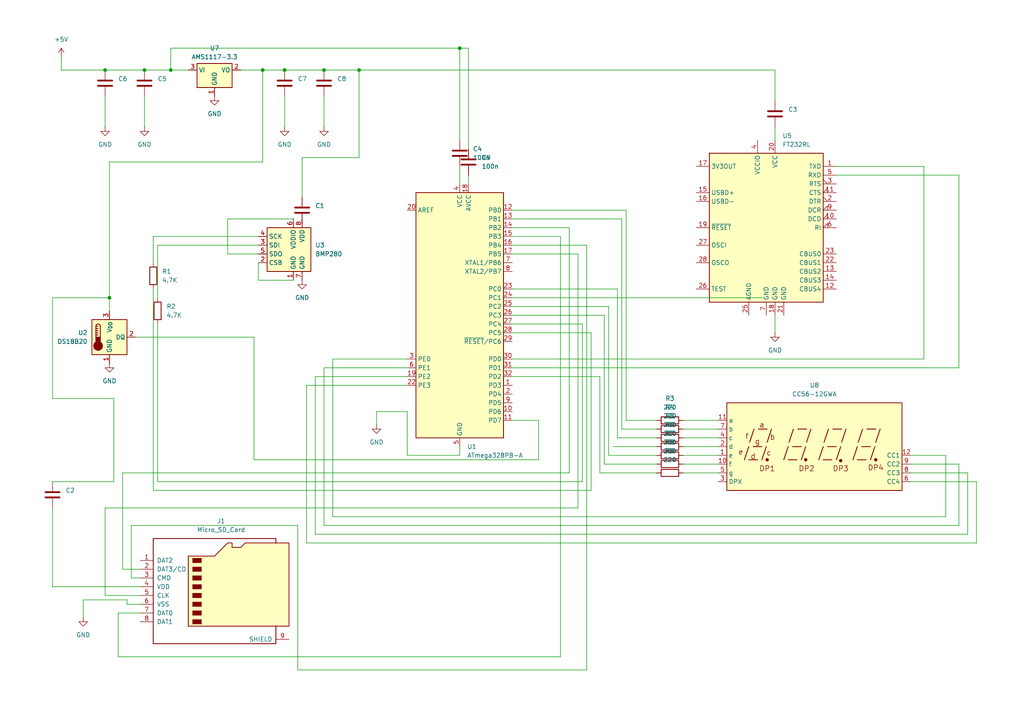
<source format=kicad_sch>
(kicad_sch
	(version 20250114)
	(generator "eeschema")
	(generator_version "9.0")
	(uuid "879e6a66-d52a-45ae-b581-0c58cb136e85")
	(paper "A4")
	(lib_symbols
		(symbol "Connector:Micro_SD_Card"
			(pin_names
				(offset 1.016)
			)
			(exclude_from_sim no)
			(in_bom yes)
			(on_board yes)
			(property "Reference" "J"
				(at -16.51 15.24 0)
				(effects
					(font
						(size 1.27 1.27)
					)
				)
			)
			(property "Value" "Micro_SD_Card"
				(at 16.51 15.24 0)
				(effects
					(font
						(size 1.27 1.27)
					)
					(justify right)
				)
			)
			(property "Footprint" ""
				(at 29.21 7.62 0)
				(effects
					(font
						(size 1.27 1.27)
					)
					(hide yes)
				)
			)
			(property "Datasheet" "https://www.we-online.com/components/products/datasheet/693072010801.pdf"
				(at 0 0 0)
				(effects
					(font
						(size 1.27 1.27)
					)
					(hide yes)
				)
			)
			(property "Description" "Micro SD Card Socket"
				(at 0 0 0)
				(effects
					(font
						(size 1.27 1.27)
					)
					(hide yes)
				)
			)
			(property "ki_keywords" "connector SD microsd"
				(at 0 0 0)
				(effects
					(font
						(size 1.27 1.27)
					)
					(hide yes)
				)
			)
			(property "ki_fp_filters" "microSD*"
				(at 0 0 0)
				(effects
					(font
						(size 1.27 1.27)
					)
					(hide yes)
				)
			)
			(symbol "Micro_SD_Card_0_1"
				(polyline
					(pts
						(xy -8.89 -11.43) (xy -8.89 8.89) (xy -1.27 8.89) (xy 2.54 12.7) (xy 3.81 12.7) (xy 3.81 11.43)
						(xy 6.35 11.43) (xy 7.62 12.7) (xy 20.32 12.7) (xy 20.32 -11.43) (xy -8.89 -11.43)
					)
					(stroke
						(width 0.254)
						(type default)
					)
					(fill
						(type background)
					)
				)
				(rectangle
					(start -7.62 8.255)
					(end -5.08 6.985)
					(stroke
						(width 0)
						(type default)
					)
					(fill
						(type outline)
					)
				)
				(rectangle
					(start -7.62 5.715)
					(end -5.08 4.445)
					(stroke
						(width 0)
						(type default)
					)
					(fill
						(type outline)
					)
				)
				(rectangle
					(start -7.62 3.175)
					(end -5.08 1.905)
					(stroke
						(width 0)
						(type default)
					)
					(fill
						(type outline)
					)
				)
				(rectangle
					(start -7.62 0.635)
					(end -5.08 -0.635)
					(stroke
						(width 0)
						(type default)
					)
					(fill
						(type outline)
					)
				)
				(rectangle
					(start -7.62 -1.905)
					(end -5.08 -3.175)
					(stroke
						(width 0)
						(type default)
					)
					(fill
						(type outline)
					)
				)
				(rectangle
					(start -7.62 -4.445)
					(end -5.08 -5.715)
					(stroke
						(width 0)
						(type default)
					)
					(fill
						(type outline)
					)
				)
				(rectangle
					(start -7.62 -6.985)
					(end -5.08 -8.255)
					(stroke
						(width 0)
						(type default)
					)
					(fill
						(type outline)
					)
				)
				(rectangle
					(start -7.62 -9.525)
					(end -5.08 -10.795)
					(stroke
						(width 0)
						(type default)
					)
					(fill
						(type outline)
					)
				)
				(polyline
					(pts
						(xy 16.51 12.7) (xy 16.51 13.97) (xy -19.05 13.97) (xy -19.05 -16.51) (xy 16.51 -16.51) (xy 16.51 -11.43)
					)
					(stroke
						(width 0.254)
						(type default)
					)
					(fill
						(type none)
					)
				)
			)
			(symbol "Micro_SD_Card_1_1"
				(pin bidirectional line
					(at -22.86 7.62 0)
					(length 3.81)
					(name "DAT2"
						(effects
							(font
								(size 1.27 1.27)
							)
						)
					)
					(number "1"
						(effects
							(font
								(size 1.27 1.27)
							)
						)
					)
				)
				(pin bidirectional line
					(at -22.86 5.08 0)
					(length 3.81)
					(name "DAT3/CD"
						(effects
							(font
								(size 1.27 1.27)
							)
						)
					)
					(number "2"
						(effects
							(font
								(size 1.27 1.27)
							)
						)
					)
				)
				(pin input line
					(at -22.86 2.54 0)
					(length 3.81)
					(name "CMD"
						(effects
							(font
								(size 1.27 1.27)
							)
						)
					)
					(number "3"
						(effects
							(font
								(size 1.27 1.27)
							)
						)
					)
				)
				(pin power_in line
					(at -22.86 0 0)
					(length 3.81)
					(name "VDD"
						(effects
							(font
								(size 1.27 1.27)
							)
						)
					)
					(number "4"
						(effects
							(font
								(size 1.27 1.27)
							)
						)
					)
				)
				(pin input line
					(at -22.86 -2.54 0)
					(length 3.81)
					(name "CLK"
						(effects
							(font
								(size 1.27 1.27)
							)
						)
					)
					(number "5"
						(effects
							(font
								(size 1.27 1.27)
							)
						)
					)
				)
				(pin power_in line
					(at -22.86 -5.08 0)
					(length 3.81)
					(name "VSS"
						(effects
							(font
								(size 1.27 1.27)
							)
						)
					)
					(number "6"
						(effects
							(font
								(size 1.27 1.27)
							)
						)
					)
				)
				(pin bidirectional line
					(at -22.86 -7.62 0)
					(length 3.81)
					(name "DAT0"
						(effects
							(font
								(size 1.27 1.27)
							)
						)
					)
					(number "7"
						(effects
							(font
								(size 1.27 1.27)
							)
						)
					)
				)
				(pin bidirectional line
					(at -22.86 -10.16 0)
					(length 3.81)
					(name "DAT1"
						(effects
							(font
								(size 1.27 1.27)
							)
						)
					)
					(number "8"
						(effects
							(font
								(size 1.27 1.27)
							)
						)
					)
				)
				(pin passive line
					(at 20.32 -15.24 180)
					(length 3.81)
					(name "SHIELD"
						(effects
							(font
								(size 1.27 1.27)
							)
						)
					)
					(number "9"
						(effects
							(font
								(size 1.27 1.27)
							)
						)
					)
				)
			)
			(embedded_fonts no)
		)
		(symbol "Device:C"
			(pin_numbers
				(hide yes)
			)
			(pin_names
				(offset 0.254)
			)
			(exclude_from_sim no)
			(in_bom yes)
			(on_board yes)
			(property "Reference" "C"
				(at 0.635 2.54 0)
				(effects
					(font
						(size 1.27 1.27)
					)
					(justify left)
				)
			)
			(property "Value" "C"
				(at 0.635 -2.54 0)
				(effects
					(font
						(size 1.27 1.27)
					)
					(justify left)
				)
			)
			(property "Footprint" ""
				(at 0.9652 -3.81 0)
				(effects
					(font
						(size 1.27 1.27)
					)
					(hide yes)
				)
			)
			(property "Datasheet" "~"
				(at 0 0 0)
				(effects
					(font
						(size 1.27 1.27)
					)
					(hide yes)
				)
			)
			(property "Description" "Unpolarized capacitor"
				(at 0 0 0)
				(effects
					(font
						(size 1.27 1.27)
					)
					(hide yes)
				)
			)
			(property "ki_keywords" "cap capacitor"
				(at 0 0 0)
				(effects
					(font
						(size 1.27 1.27)
					)
					(hide yes)
				)
			)
			(property "ki_fp_filters" "C_*"
				(at 0 0 0)
				(effects
					(font
						(size 1.27 1.27)
					)
					(hide yes)
				)
			)
			(symbol "C_0_1"
				(polyline
					(pts
						(xy -2.032 0.762) (xy 2.032 0.762)
					)
					(stroke
						(width 0.508)
						(type default)
					)
					(fill
						(type none)
					)
				)
				(polyline
					(pts
						(xy -2.032 -0.762) (xy 2.032 -0.762)
					)
					(stroke
						(width 0.508)
						(type default)
					)
					(fill
						(type none)
					)
				)
			)
			(symbol "C_1_1"
				(pin passive line
					(at 0 3.81 270)
					(length 2.794)
					(name "~"
						(effects
							(font
								(size 1.27 1.27)
							)
						)
					)
					(number "1"
						(effects
							(font
								(size 1.27 1.27)
							)
						)
					)
				)
				(pin passive line
					(at 0 -3.81 90)
					(length 2.794)
					(name "~"
						(effects
							(font
								(size 1.27 1.27)
							)
						)
					)
					(number "2"
						(effects
							(font
								(size 1.27 1.27)
							)
						)
					)
				)
			)
			(embedded_fonts no)
		)
		(symbol "Device:R"
			(pin_numbers
				(hide yes)
			)
			(pin_names
				(offset 0)
			)
			(exclude_from_sim no)
			(in_bom yes)
			(on_board yes)
			(property "Reference" "R"
				(at 2.032 0 90)
				(effects
					(font
						(size 1.27 1.27)
					)
				)
			)
			(property "Value" "R"
				(at 0 0 90)
				(effects
					(font
						(size 1.27 1.27)
					)
				)
			)
			(property "Footprint" ""
				(at -1.778 0 90)
				(effects
					(font
						(size 1.27 1.27)
					)
					(hide yes)
				)
			)
			(property "Datasheet" "~"
				(at 0 0 0)
				(effects
					(font
						(size 1.27 1.27)
					)
					(hide yes)
				)
			)
			(property "Description" "Resistor"
				(at 0 0 0)
				(effects
					(font
						(size 1.27 1.27)
					)
					(hide yes)
				)
			)
			(property "ki_keywords" "R res resistor"
				(at 0 0 0)
				(effects
					(font
						(size 1.27 1.27)
					)
					(hide yes)
				)
			)
			(property "ki_fp_filters" "R_*"
				(at 0 0 0)
				(effects
					(font
						(size 1.27 1.27)
					)
					(hide yes)
				)
			)
			(symbol "R_0_1"
				(rectangle
					(start -1.016 -2.54)
					(end 1.016 2.54)
					(stroke
						(width 0.254)
						(type default)
					)
					(fill
						(type none)
					)
				)
			)
			(symbol "R_1_1"
				(pin passive line
					(at 0 3.81 270)
					(length 1.27)
					(name "~"
						(effects
							(font
								(size 1.27 1.27)
							)
						)
					)
					(number "1"
						(effects
							(font
								(size 1.27 1.27)
							)
						)
					)
				)
				(pin passive line
					(at 0 -3.81 90)
					(length 1.27)
					(name "~"
						(effects
							(font
								(size 1.27 1.27)
							)
						)
					)
					(number "2"
						(effects
							(font
								(size 1.27 1.27)
							)
						)
					)
				)
			)
			(embedded_fonts no)
		)
		(symbol "Display_Character:CC56-12GWA"
			(exclude_from_sim no)
			(in_bom yes)
			(on_board yes)
			(property "Reference" "U"
				(at -24.13 13.97 0)
				(effects
					(font
						(size 1.27 1.27)
					)
				)
			)
			(property "Value" "CC56-12GWA"
				(at 19.05 13.97 0)
				(effects
					(font
						(size 1.27 1.27)
					)
				)
			)
			(property "Footprint" "Display_7Segment:CC56-12GWA"
				(at 0 -15.24 0)
				(effects
					(font
						(size 1.27 1.27)
					)
					(hide yes)
				)
			)
			(property "Datasheet" "http://www.kingbrightusa.com/images/catalog/SPEC/CC56-12GWA.pdf"
				(at -10.922 0.762 0)
				(effects
					(font
						(size 1.27 1.27)
					)
					(hide yes)
				)
			)
			(property "Description" "4 digit 7 segment green LED, common cathode"
				(at 0 0 0)
				(effects
					(font
						(size 1.27 1.27)
					)
					(hide yes)
				)
			)
			(property "ki_keywords" "display LED 7-segment"
				(at 0 0 0)
				(effects
					(font
						(size 1.27 1.27)
					)
					(hide yes)
				)
			)
			(property "ki_fp_filters" "CC56?12GWA*"
				(at 0 0 0)
				(effects
					(font
						(size 1.27 1.27)
					)
					(hide yes)
				)
			)
			(symbol "CC56-12GWA_0_0"
				(rectangle
					(start -25.4 12.7)
					(end 25.4 -12.7)
					(stroke
						(width 0.254)
						(type default)
					)
					(fill
						(type background)
					)
				)
				(polyline
					(pts
						(xy -20.32 -3.81) (xy -19.05 0)
					)
					(stroke
						(width 0.254)
						(type default)
					)
					(fill
						(type none)
					)
				)
				(polyline
					(pts
						(xy -19.05 -3.81) (xy -16.51 -3.81)
					)
					(stroke
						(width 0.254)
						(type default)
					)
					(fill
						(type none)
					)
				)
				(polyline
					(pts
						(xy -18.796 1.27) (xy -17.526 5.08)
					)
					(stroke
						(width 0.254)
						(type default)
					)
					(fill
						(type none)
					)
				)
				(polyline
					(pts
						(xy -17.78 0) (xy -15.24 0)
					)
					(stroke
						(width 0.254)
						(type default)
					)
					(fill
						(type none)
					)
				)
				(polyline
					(pts
						(xy -16.256 5.08) (xy -13.716 5.08)
					)
					(stroke
						(width 0.254)
						(type default)
					)
					(fill
						(type none)
					)
				)
				(polyline
					(pts
						(xy -15.24 -3.81) (xy -13.97 0)
					)
					(stroke
						(width 0.254)
						(type default)
					)
					(fill
						(type none)
					)
				)
				(polyline
					(pts
						(xy -13.716 1.27) (xy -12.446 5.08)
					)
					(stroke
						(width 0.254)
						(type default)
					)
					(fill
						(type none)
					)
				)
				(polyline
					(pts
						(xy -8.89 -3.81) (xy -7.62 0)
					)
					(stroke
						(width 0.254)
						(type default)
					)
					(fill
						(type none)
					)
				)
				(polyline
					(pts
						(xy -7.62 -3.81) (xy -5.08 -3.81)
					)
					(stroke
						(width 0.254)
						(type default)
					)
					(fill
						(type none)
					)
				)
				(polyline
					(pts
						(xy -7.366 1.27) (xy -6.096 5.08)
					)
					(stroke
						(width 0.254)
						(type default)
					)
					(fill
						(type none)
					)
				)
				(polyline
					(pts
						(xy -6.35 0) (xy -3.81 0)
					)
					(stroke
						(width 0.254)
						(type default)
					)
					(fill
						(type none)
					)
				)
				(polyline
					(pts
						(xy -4.826 5.08) (xy -2.286 5.08)
					)
					(stroke
						(width 0.254)
						(type default)
					)
					(fill
						(type none)
					)
				)
				(polyline
					(pts
						(xy -3.81 -3.81) (xy -2.54 0)
					)
					(stroke
						(width 0.254)
						(type default)
					)
					(fill
						(type none)
					)
				)
				(polyline
					(pts
						(xy -2.286 1.27) (xy -1.016 5.08)
					)
					(stroke
						(width 0.254)
						(type default)
					)
					(fill
						(type none)
					)
				)
				(polyline
					(pts
						(xy 1.27 -3.81) (xy 2.54 0)
					)
					(stroke
						(width 0.254)
						(type default)
					)
					(fill
						(type none)
					)
				)
				(polyline
					(pts
						(xy 2.54 -3.81) (xy 5.08 -3.81)
					)
					(stroke
						(width 0.254)
						(type default)
					)
					(fill
						(type none)
					)
				)
				(polyline
					(pts
						(xy 2.794 1.27) (xy 4.064 5.08)
					)
					(stroke
						(width 0.254)
						(type default)
					)
					(fill
						(type none)
					)
				)
				(polyline
					(pts
						(xy 3.81 0) (xy 6.35 0)
					)
					(stroke
						(width 0.254)
						(type default)
					)
					(fill
						(type none)
					)
				)
				(polyline
					(pts
						(xy 5.334 5.08) (xy 7.874 5.08)
					)
					(stroke
						(width 0.254)
						(type default)
					)
					(fill
						(type none)
					)
				)
				(polyline
					(pts
						(xy 6.35 -3.81) (xy 7.62 0)
					)
					(stroke
						(width 0.254)
						(type default)
					)
					(fill
						(type none)
					)
				)
				(polyline
					(pts
						(xy 7.874 1.27) (xy 9.144 5.08)
					)
					(stroke
						(width 0.254)
						(type default)
					)
					(fill
						(type none)
					)
				)
				(polyline
					(pts
						(xy 11.176 -3.81) (xy 12.446 0)
					)
					(stroke
						(width 0.254)
						(type default)
					)
					(fill
						(type none)
					)
				)
				(polyline
					(pts
						(xy 12.446 -3.81) (xy 14.986 -3.81)
					)
					(stroke
						(width 0.254)
						(type default)
					)
					(fill
						(type none)
					)
				)
				(polyline
					(pts
						(xy 12.7 1.27) (xy 13.97 5.08)
					)
					(stroke
						(width 0.254)
						(type default)
					)
					(fill
						(type none)
					)
				)
				(polyline
					(pts
						(xy 13.716 0) (xy 16.256 0)
					)
					(stroke
						(width 0.254)
						(type default)
					)
					(fill
						(type none)
					)
				)
				(polyline
					(pts
						(xy 15.24 5.08) (xy 17.78 5.08)
					)
					(stroke
						(width 0.254)
						(type default)
					)
					(fill
						(type none)
					)
				)
				(polyline
					(pts
						(xy 16.256 -3.81) (xy 17.526 0)
					)
					(stroke
						(width 0.254)
						(type default)
					)
					(fill
						(type none)
					)
				)
				(polyline
					(pts
						(xy 17.78 1.27) (xy 19.05 5.08)
					)
					(stroke
						(width 0.254)
						(type default)
					)
					(fill
						(type none)
					)
				)
				(text "e"
					(at -21.336 -1.524 0)
					(effects
						(font
							(size 1.524 1.524)
						)
					)
				)
				(text "f"
					(at -19.558 3.048 0)
					(effects
						(font
							(size 1.524 1.524)
						)
					)
				)
				(text "d"
					(at -17.78 -2.794 0)
					(effects
						(font
							(size 1.524 1.524)
						)
					)
				)
				(text "g"
					(at -16.51 1.524 0)
					(effects
						(font
							(size 1.524 1.524)
						)
					)
				)
				(text "a"
					(at -15.24 6.35 0)
					(effects
						(font
							(size 1.524 1.524)
						)
					)
				)
				(text "DP1"
					(at -13.716 -6.35 0)
					(effects
						(font
							(size 1.524 1.524)
						)
					)
				)
				(text "c"
					(at -13.208 -1.778 0)
					(effects
						(font
							(size 1.524 1.524)
						)
					)
				)
				(text "b"
					(at -12.192 2.794 0)
					(effects
						(font
							(size 1.524 1.524)
						)
					)
				)
				(text "DP2"
					(at -2.286 -6.35 0)
					(effects
						(font
							(size 1.524 1.524)
						)
					)
				)
				(text "DP3"
					(at 7.62 -6.35 0)
					(effects
						(font
							(size 1.524 1.524)
						)
					)
				)
				(text "DP4"
					(at 17.78 -6.096 0)
					(effects
						(font
							(size 1.524 1.524)
						)
					)
				)
			)
			(symbol "CC56-12GWA_0_1"
				(circle
					(center -13.716 -3.81)
					(radius 0.3556)
					(stroke
						(width 0.254)
						(type default)
					)
					(fill
						(type outline)
					)
				)
				(circle
					(center -2.54 -3.81)
					(radius 0.3556)
					(stroke
						(width 0.254)
						(type default)
					)
					(fill
						(type outline)
					)
				)
			)
			(symbol "CC56-12GWA_1_0"
				(circle
					(center 7.62 -4.064)
					(radius 0.3556)
					(stroke
						(width 0.254)
						(type default)
					)
					(fill
						(type outline)
					)
				)
				(circle
					(center 17.78 -3.81)
					(radius 0.3556)
					(stroke
						(width 0.254)
						(type default)
					)
					(fill
						(type outline)
					)
				)
			)
			(symbol "CC56-12GWA_1_1"
				(pin input line
					(at -27.94 7.62 0)
					(length 2.54)
					(name "a"
						(effects
							(font
								(size 1.27 1.27)
							)
						)
					)
					(number "11"
						(effects
							(font
								(size 1.27 1.27)
							)
						)
					)
				)
				(pin input line
					(at -27.94 5.08 0)
					(length 2.54)
					(name "b"
						(effects
							(font
								(size 1.27 1.27)
							)
						)
					)
					(number "7"
						(effects
							(font
								(size 1.27 1.27)
							)
						)
					)
				)
				(pin input line
					(at -27.94 2.54 0)
					(length 2.54)
					(name "c"
						(effects
							(font
								(size 1.27 1.27)
							)
						)
					)
					(number "4"
						(effects
							(font
								(size 1.27 1.27)
							)
						)
					)
				)
				(pin input line
					(at -27.94 0 0)
					(length 2.54)
					(name "d"
						(effects
							(font
								(size 1.27 1.27)
							)
						)
					)
					(number "2"
						(effects
							(font
								(size 1.27 1.27)
							)
						)
					)
				)
				(pin input line
					(at -27.94 -2.54 0)
					(length 2.54)
					(name "e"
						(effects
							(font
								(size 1.27 1.27)
							)
						)
					)
					(number "1"
						(effects
							(font
								(size 1.27 1.27)
							)
						)
					)
				)
				(pin input line
					(at -27.94 -5.08 0)
					(length 2.54)
					(name "f"
						(effects
							(font
								(size 1.27 1.27)
							)
						)
					)
					(number "10"
						(effects
							(font
								(size 1.27 1.27)
							)
						)
					)
				)
				(pin input line
					(at -27.94 -7.62 0)
					(length 2.54)
					(name "g"
						(effects
							(font
								(size 1.27 1.27)
							)
						)
					)
					(number "5"
						(effects
							(font
								(size 1.27 1.27)
							)
						)
					)
				)
				(pin input line
					(at -27.94 -10.16 0)
					(length 2.54)
					(name "DPX"
						(effects
							(font
								(size 1.27 1.27)
							)
						)
					)
					(number "3"
						(effects
							(font
								(size 1.27 1.27)
							)
						)
					)
				)
				(pin input line
					(at 27.94 -2.54 180)
					(length 2.54)
					(name "CC1"
						(effects
							(font
								(size 1.27 1.27)
							)
						)
					)
					(number "12"
						(effects
							(font
								(size 1.27 1.27)
							)
						)
					)
				)
				(pin input line
					(at 27.94 -5.08 180)
					(length 2.54)
					(name "CC2"
						(effects
							(font
								(size 1.27 1.27)
							)
						)
					)
					(number "9"
						(effects
							(font
								(size 1.27 1.27)
							)
						)
					)
				)
				(pin input line
					(at 27.94 -7.62 180)
					(length 2.54)
					(name "CC3"
						(effects
							(font
								(size 1.27 1.27)
							)
						)
					)
					(number "8"
						(effects
							(font
								(size 1.27 1.27)
							)
						)
					)
				)
				(pin input line
					(at 27.94 -10.16 180)
					(length 2.54)
					(name "CC4"
						(effects
							(font
								(size 1.27 1.27)
							)
						)
					)
					(number "6"
						(effects
							(font
								(size 1.27 1.27)
							)
						)
					)
				)
			)
			(embedded_fonts no)
		)
		(symbol "Interface_USB:FT232RL"
			(exclude_from_sim no)
			(in_bom yes)
			(on_board yes)
			(property "Reference" "U"
				(at -16.51 22.86 0)
				(effects
					(font
						(size 1.27 1.27)
					)
					(justify left)
				)
			)
			(property "Value" "FT232RL"
				(at 10.16 22.86 0)
				(effects
					(font
						(size 1.27 1.27)
					)
					(justify left)
				)
			)
			(property "Footprint" "Package_SO:SSOP-28_5.3x10.2mm_P0.65mm"
				(at 27.94 -22.86 0)
				(effects
					(font
						(size 1.27 1.27)
					)
					(hide yes)
				)
			)
			(property "Datasheet" "https://www.ftdichip.com/Support/Documents/DataSheets/ICs/DS_FT232R.pdf"
				(at 0 0 0)
				(effects
					(font
						(size 1.27 1.27)
					)
					(hide yes)
				)
			)
			(property "Description" "USB to Serial Interface, SSOP-28"
				(at 0 0 0)
				(effects
					(font
						(size 1.27 1.27)
					)
					(hide yes)
				)
			)
			(property "ki_keywords" "FTDI USB Serial"
				(at 0 0 0)
				(effects
					(font
						(size 1.27 1.27)
					)
					(hide yes)
				)
			)
			(property "ki_fp_filters" "SSOP*5.3x10.2mm*P0.65mm*"
				(at 0 0 0)
				(effects
					(font
						(size 1.27 1.27)
					)
					(hide yes)
				)
			)
			(symbol "FT232RL_0_1"
				(rectangle
					(start -16.51 21.59)
					(end 16.51 -21.59)
					(stroke
						(width 0.254)
						(type default)
					)
					(fill
						(type background)
					)
				)
			)
			(symbol "FT232RL_1_1"
				(pin power_out line
					(at -20.32 17.78 0)
					(length 3.81)
					(name "3V3OUT"
						(effects
							(font
								(size 1.27 1.27)
							)
						)
					)
					(number "17"
						(effects
							(font
								(size 1.27 1.27)
							)
						)
					)
				)
				(pin bidirectional line
					(at -20.32 10.16 0)
					(length 3.81)
					(name "USBD+"
						(effects
							(font
								(size 1.27 1.27)
							)
						)
					)
					(number "15"
						(effects
							(font
								(size 1.27 1.27)
							)
						)
					)
				)
				(pin bidirectional line
					(at -20.32 7.62 0)
					(length 3.81)
					(name "USBD-"
						(effects
							(font
								(size 1.27 1.27)
							)
						)
					)
					(number "16"
						(effects
							(font
								(size 1.27 1.27)
							)
						)
					)
				)
				(pin input line
					(at -20.32 0 0)
					(length 3.81)
					(name "~{RESET}"
						(effects
							(font
								(size 1.27 1.27)
							)
						)
					)
					(number "19"
						(effects
							(font
								(size 1.27 1.27)
							)
						)
					)
				)
				(pin input line
					(at -20.32 -5.08 0)
					(length 3.81)
					(name "OSCI"
						(effects
							(font
								(size 1.27 1.27)
							)
						)
					)
					(number "27"
						(effects
							(font
								(size 1.27 1.27)
							)
						)
					)
				)
				(pin output line
					(at -20.32 -10.16 0)
					(length 3.81)
					(name "OSCO"
						(effects
							(font
								(size 1.27 1.27)
							)
						)
					)
					(number "28"
						(effects
							(font
								(size 1.27 1.27)
							)
						)
					)
				)
				(pin input line
					(at -20.32 -17.78 0)
					(length 3.81)
					(name "TEST"
						(effects
							(font
								(size 1.27 1.27)
							)
						)
					)
					(number "26"
						(effects
							(font
								(size 1.27 1.27)
							)
						)
					)
				)
				(pin power_in line
					(at -5.08 -25.4 90)
					(length 3.81)
					(name "AGND"
						(effects
							(font
								(size 1.27 1.27)
							)
						)
					)
					(number "25"
						(effects
							(font
								(size 1.27 1.27)
							)
						)
					)
				)
				(pin power_in line
					(at -2.54 25.4 270)
					(length 3.81)
					(name "VCCIO"
						(effects
							(font
								(size 1.27 1.27)
							)
						)
					)
					(number "4"
						(effects
							(font
								(size 1.27 1.27)
							)
						)
					)
				)
				(pin power_in line
					(at 0 -25.4 90)
					(length 3.81)
					(name "GND"
						(effects
							(font
								(size 1.27 1.27)
							)
						)
					)
					(number "7"
						(effects
							(font
								(size 1.27 1.27)
							)
						)
					)
				)
				(pin power_in line
					(at 2.54 25.4 270)
					(length 3.81)
					(name "VCC"
						(effects
							(font
								(size 1.27 1.27)
							)
						)
					)
					(number "20"
						(effects
							(font
								(size 1.27 1.27)
							)
						)
					)
				)
				(pin power_in line
					(at 2.54 -25.4 90)
					(length 3.81)
					(name "GND"
						(effects
							(font
								(size 1.27 1.27)
							)
						)
					)
					(number "18"
						(effects
							(font
								(size 1.27 1.27)
							)
						)
					)
				)
				(pin power_in line
					(at 5.08 -25.4 90)
					(length 3.81)
					(name "GND"
						(effects
							(font
								(size 1.27 1.27)
							)
						)
					)
					(number "21"
						(effects
							(font
								(size 1.27 1.27)
							)
						)
					)
				)
				(pin output line
					(at 20.32 17.78 180)
					(length 3.81)
					(name "TXD"
						(effects
							(font
								(size 1.27 1.27)
							)
						)
					)
					(number "1"
						(effects
							(font
								(size 1.27 1.27)
							)
						)
					)
				)
				(pin input line
					(at 20.32 15.24 180)
					(length 3.81)
					(name "RXD"
						(effects
							(font
								(size 1.27 1.27)
							)
						)
					)
					(number "5"
						(effects
							(font
								(size 1.27 1.27)
							)
						)
					)
				)
				(pin output output_low
					(at 20.32 12.7 180)
					(length 3.81)
					(name "RTS"
						(effects
							(font
								(size 1.27 1.27)
							)
						)
					)
					(number "3"
						(effects
							(font
								(size 1.27 1.27)
							)
						)
					)
				)
				(pin input input_low
					(at 20.32 10.16 180)
					(length 3.81)
					(name "CTS"
						(effects
							(font
								(size 1.27 1.27)
							)
						)
					)
					(number "11"
						(effects
							(font
								(size 1.27 1.27)
							)
						)
					)
				)
				(pin output output_low
					(at 20.32 7.62 180)
					(length 3.81)
					(name "DTR"
						(effects
							(font
								(size 1.27 1.27)
							)
						)
					)
					(number "2"
						(effects
							(font
								(size 1.27 1.27)
							)
						)
					)
				)
				(pin input input_low
					(at 20.32 5.08 180)
					(length 3.81)
					(name "DCR"
						(effects
							(font
								(size 1.27 1.27)
							)
						)
					)
					(number "9"
						(effects
							(font
								(size 1.27 1.27)
							)
						)
					)
				)
				(pin input input_low
					(at 20.32 2.54 180)
					(length 3.81)
					(name "DCD"
						(effects
							(font
								(size 1.27 1.27)
							)
						)
					)
					(number "10"
						(effects
							(font
								(size 1.27 1.27)
							)
						)
					)
				)
				(pin input input_low
					(at 20.32 0 180)
					(length 3.81)
					(name "RI"
						(effects
							(font
								(size 1.27 1.27)
							)
						)
					)
					(number "6"
						(effects
							(font
								(size 1.27 1.27)
							)
						)
					)
				)
				(pin bidirectional line
					(at 20.32 -7.62 180)
					(length 3.81)
					(name "CBUS0"
						(effects
							(font
								(size 1.27 1.27)
							)
						)
					)
					(number "23"
						(effects
							(font
								(size 1.27 1.27)
							)
						)
					)
				)
				(pin bidirectional line
					(at 20.32 -10.16 180)
					(length 3.81)
					(name "CBUS1"
						(effects
							(font
								(size 1.27 1.27)
							)
						)
					)
					(number "22"
						(effects
							(font
								(size 1.27 1.27)
							)
						)
					)
				)
				(pin bidirectional line
					(at 20.32 -12.7 180)
					(length 3.81)
					(name "CBUS2"
						(effects
							(font
								(size 1.27 1.27)
							)
						)
					)
					(number "13"
						(effects
							(font
								(size 1.27 1.27)
							)
						)
					)
				)
				(pin bidirectional line
					(at 20.32 -15.24 180)
					(length 3.81)
					(name "CBUS3"
						(effects
							(font
								(size 1.27 1.27)
							)
						)
					)
					(number "14"
						(effects
							(font
								(size 1.27 1.27)
							)
						)
					)
				)
				(pin bidirectional line
					(at 20.32 -17.78 180)
					(length 3.81)
					(name "CBUS4"
						(effects
							(font
								(size 1.27 1.27)
							)
						)
					)
					(number "12"
						(effects
							(font
								(size 1.27 1.27)
							)
						)
					)
				)
			)
			(embedded_fonts no)
		)
		(symbol "MCU_Microchip_ATmega:ATmega328PB-A"
			(exclude_from_sim no)
			(in_bom yes)
			(on_board yes)
			(property "Reference" "U"
				(at -12.7 36.83 0)
				(effects
					(font
						(size 1.27 1.27)
					)
					(justify left bottom)
				)
			)
			(property "Value" "ATmega328PB-A"
				(at 2.54 -36.83 0)
				(effects
					(font
						(size 1.27 1.27)
					)
					(justify left top)
				)
			)
			(property "Footprint" "Package_QFP:TQFP-32_7x7mm_P0.8mm"
				(at 0 0 0)
				(effects
					(font
						(size 1.27 1.27)
						(italic yes)
					)
					(hide yes)
				)
			)
			(property "Datasheet" "http://ww1.microchip.com/downloads/en/DeviceDoc/40001906C.pdf"
				(at 0 0 0)
				(effects
					(font
						(size 1.27 1.27)
					)
					(hide yes)
				)
			)
			(property "Description" "20MHz, 32kB Flash, 2kB SRAM, 1kB EEPROM, TQFP-32"
				(at 0 0 0)
				(effects
					(font
						(size 1.27 1.27)
					)
					(hide yes)
				)
			)
			(property "ki_keywords" "AVR 8bit Microcontroller MegaAVR"
				(at 0 0 0)
				(effects
					(font
						(size 1.27 1.27)
					)
					(hide yes)
				)
			)
			(property "ki_fp_filters" "TQFP*7x7mm*P0.8mm*"
				(at 0 0 0)
				(effects
					(font
						(size 1.27 1.27)
					)
					(hide yes)
				)
			)
			(symbol "ATmega328PB-A_0_1"
				(rectangle
					(start -12.7 -35.56)
					(end 12.7 35.56)
					(stroke
						(width 0.254)
						(type default)
					)
					(fill
						(type background)
					)
				)
			)
			(symbol "ATmega328PB-A_1_1"
				(pin passive line
					(at -15.24 30.48 0)
					(length 2.54)
					(name "AREF"
						(effects
							(font
								(size 1.27 1.27)
							)
						)
					)
					(number "20"
						(effects
							(font
								(size 1.27 1.27)
							)
						)
					)
				)
				(pin bidirectional line
					(at -15.24 -12.7 0)
					(length 2.54)
					(name "PE0"
						(effects
							(font
								(size 1.27 1.27)
							)
						)
					)
					(number "3"
						(effects
							(font
								(size 1.27 1.27)
							)
						)
					)
				)
				(pin bidirectional line
					(at -15.24 -15.24 0)
					(length 2.54)
					(name "PE1"
						(effects
							(font
								(size 1.27 1.27)
							)
						)
					)
					(number "6"
						(effects
							(font
								(size 1.27 1.27)
							)
						)
					)
				)
				(pin bidirectional line
					(at -15.24 -17.78 0)
					(length 2.54)
					(name "PE2"
						(effects
							(font
								(size 1.27 1.27)
							)
						)
					)
					(number "19"
						(effects
							(font
								(size 1.27 1.27)
							)
						)
					)
				)
				(pin bidirectional line
					(at -15.24 -20.32 0)
					(length 2.54)
					(name "PE3"
						(effects
							(font
								(size 1.27 1.27)
							)
						)
					)
					(number "22"
						(effects
							(font
								(size 1.27 1.27)
							)
						)
					)
				)
				(pin power_in line
					(at 0 38.1 270)
					(length 2.54)
					(name "VCC"
						(effects
							(font
								(size 1.27 1.27)
							)
						)
					)
					(number "4"
						(effects
							(font
								(size 1.27 1.27)
							)
						)
					)
				)
				(pin passive line
					(at 0 -38.1 90)
					(length 2.54)
					(hide yes)
					(name "GND"
						(effects
							(font
								(size 1.27 1.27)
							)
						)
					)
					(number "21"
						(effects
							(font
								(size 1.27 1.27)
							)
						)
					)
				)
				(pin power_in line
					(at 0 -38.1 90)
					(length 2.54)
					(name "GND"
						(effects
							(font
								(size 1.27 1.27)
							)
						)
					)
					(number "5"
						(effects
							(font
								(size 1.27 1.27)
							)
						)
					)
				)
				(pin power_in line
					(at 2.54 38.1 270)
					(length 2.54)
					(name "AVCC"
						(effects
							(font
								(size 1.27 1.27)
							)
						)
					)
					(number "18"
						(effects
							(font
								(size 1.27 1.27)
							)
						)
					)
				)
				(pin bidirectional line
					(at 15.24 30.48 180)
					(length 2.54)
					(name "PB0"
						(effects
							(font
								(size 1.27 1.27)
							)
						)
					)
					(number "12"
						(effects
							(font
								(size 1.27 1.27)
							)
						)
					)
				)
				(pin bidirectional line
					(at 15.24 27.94 180)
					(length 2.54)
					(name "PB1"
						(effects
							(font
								(size 1.27 1.27)
							)
						)
					)
					(number "13"
						(effects
							(font
								(size 1.27 1.27)
							)
						)
					)
				)
				(pin bidirectional line
					(at 15.24 25.4 180)
					(length 2.54)
					(name "PB2"
						(effects
							(font
								(size 1.27 1.27)
							)
						)
					)
					(number "14"
						(effects
							(font
								(size 1.27 1.27)
							)
						)
					)
				)
				(pin bidirectional line
					(at 15.24 22.86 180)
					(length 2.54)
					(name "PB3"
						(effects
							(font
								(size 1.27 1.27)
							)
						)
					)
					(number "15"
						(effects
							(font
								(size 1.27 1.27)
							)
						)
					)
				)
				(pin bidirectional line
					(at 15.24 20.32 180)
					(length 2.54)
					(name "PB4"
						(effects
							(font
								(size 1.27 1.27)
							)
						)
					)
					(number "16"
						(effects
							(font
								(size 1.27 1.27)
							)
						)
					)
				)
				(pin bidirectional line
					(at 15.24 17.78 180)
					(length 2.54)
					(name "PB5"
						(effects
							(font
								(size 1.27 1.27)
							)
						)
					)
					(number "17"
						(effects
							(font
								(size 1.27 1.27)
							)
						)
					)
				)
				(pin bidirectional line
					(at 15.24 15.24 180)
					(length 2.54)
					(name "XTAL1/PB6"
						(effects
							(font
								(size 1.27 1.27)
							)
						)
					)
					(number "7"
						(effects
							(font
								(size 1.27 1.27)
							)
						)
					)
				)
				(pin bidirectional line
					(at 15.24 12.7 180)
					(length 2.54)
					(name "XTAL2/PB7"
						(effects
							(font
								(size 1.27 1.27)
							)
						)
					)
					(number "8"
						(effects
							(font
								(size 1.27 1.27)
							)
						)
					)
				)
				(pin bidirectional line
					(at 15.24 7.62 180)
					(length 2.54)
					(name "PC0"
						(effects
							(font
								(size 1.27 1.27)
							)
						)
					)
					(number "23"
						(effects
							(font
								(size 1.27 1.27)
							)
						)
					)
				)
				(pin bidirectional line
					(at 15.24 5.08 180)
					(length 2.54)
					(name "PC1"
						(effects
							(font
								(size 1.27 1.27)
							)
						)
					)
					(number "24"
						(effects
							(font
								(size 1.27 1.27)
							)
						)
					)
				)
				(pin bidirectional line
					(at 15.24 2.54 180)
					(length 2.54)
					(name "PC2"
						(effects
							(font
								(size 1.27 1.27)
							)
						)
					)
					(number "25"
						(effects
							(font
								(size 1.27 1.27)
							)
						)
					)
				)
				(pin bidirectional line
					(at 15.24 0 180)
					(length 2.54)
					(name "PC3"
						(effects
							(font
								(size 1.27 1.27)
							)
						)
					)
					(number "26"
						(effects
							(font
								(size 1.27 1.27)
							)
						)
					)
				)
				(pin bidirectional line
					(at 15.24 -2.54 180)
					(length 2.54)
					(name "PC4"
						(effects
							(font
								(size 1.27 1.27)
							)
						)
					)
					(number "27"
						(effects
							(font
								(size 1.27 1.27)
							)
						)
					)
				)
				(pin bidirectional line
					(at 15.24 -5.08 180)
					(length 2.54)
					(name "PC5"
						(effects
							(font
								(size 1.27 1.27)
							)
						)
					)
					(number "28"
						(effects
							(font
								(size 1.27 1.27)
							)
						)
					)
				)
				(pin bidirectional line
					(at 15.24 -7.62 180)
					(length 2.54)
					(name "~{RESET}/PC6"
						(effects
							(font
								(size 1.27 1.27)
							)
						)
					)
					(number "29"
						(effects
							(font
								(size 1.27 1.27)
							)
						)
					)
				)
				(pin bidirectional line
					(at 15.24 -12.7 180)
					(length 2.54)
					(name "PD0"
						(effects
							(font
								(size 1.27 1.27)
							)
						)
					)
					(number "30"
						(effects
							(font
								(size 1.27 1.27)
							)
						)
					)
				)
				(pin bidirectional line
					(at 15.24 -15.24 180)
					(length 2.54)
					(name "PD1"
						(effects
							(font
								(size 1.27 1.27)
							)
						)
					)
					(number "31"
						(effects
							(font
								(size 1.27 1.27)
							)
						)
					)
				)
				(pin bidirectional line
					(at 15.24 -17.78 180)
					(length 2.54)
					(name "PD2"
						(effects
							(font
								(size 1.27 1.27)
							)
						)
					)
					(number "32"
						(effects
							(font
								(size 1.27 1.27)
							)
						)
					)
				)
				(pin bidirectional line
					(at 15.24 -20.32 180)
					(length 2.54)
					(name "PD3"
						(effects
							(font
								(size 1.27 1.27)
							)
						)
					)
					(number "1"
						(effects
							(font
								(size 1.27 1.27)
							)
						)
					)
				)
				(pin bidirectional line
					(at 15.24 -22.86 180)
					(length 2.54)
					(name "PD4"
						(effects
							(font
								(size 1.27 1.27)
							)
						)
					)
					(number "2"
						(effects
							(font
								(size 1.27 1.27)
							)
						)
					)
				)
				(pin bidirectional line
					(at 15.24 -25.4 180)
					(length 2.54)
					(name "PD5"
						(effects
							(font
								(size 1.27 1.27)
							)
						)
					)
					(number "9"
						(effects
							(font
								(size 1.27 1.27)
							)
						)
					)
				)
				(pin bidirectional line
					(at 15.24 -27.94 180)
					(length 2.54)
					(name "PD6"
						(effects
							(font
								(size 1.27 1.27)
							)
						)
					)
					(number "10"
						(effects
							(font
								(size 1.27 1.27)
							)
						)
					)
				)
				(pin bidirectional line
					(at 15.24 -30.48 180)
					(length 2.54)
					(name "PD7"
						(effects
							(font
								(size 1.27 1.27)
							)
						)
					)
					(number "11"
						(effects
							(font
								(size 1.27 1.27)
							)
						)
					)
				)
			)
			(embedded_fonts no)
		)
		(symbol "Regulator_Linear:AMS1117-3.3"
			(exclude_from_sim no)
			(in_bom yes)
			(on_board yes)
			(property "Reference" "U"
				(at -3.81 3.175 0)
				(effects
					(font
						(size 1.27 1.27)
					)
				)
			)
			(property "Value" "AMS1117-3.3"
				(at 0 3.175 0)
				(effects
					(font
						(size 1.27 1.27)
					)
					(justify left)
				)
			)
			(property "Footprint" "Package_TO_SOT_SMD:SOT-223-3_TabPin2"
				(at 0 5.08 0)
				(effects
					(font
						(size 1.27 1.27)
					)
					(hide yes)
				)
			)
			(property "Datasheet" "http://www.advanced-monolithic.com/pdf/ds1117.pdf"
				(at 2.54 -6.35 0)
				(effects
					(font
						(size 1.27 1.27)
					)
					(hide yes)
				)
			)
			(property "Description" "1A Low Dropout regulator, positive, 3.3V fixed output, SOT-223"
				(at 0 0 0)
				(effects
					(font
						(size 1.27 1.27)
					)
					(hide yes)
				)
			)
			(property "ki_keywords" "linear regulator ldo fixed positive"
				(at 0 0 0)
				(effects
					(font
						(size 1.27 1.27)
					)
					(hide yes)
				)
			)
			(property "ki_fp_filters" "SOT?223*TabPin2*"
				(at 0 0 0)
				(effects
					(font
						(size 1.27 1.27)
					)
					(hide yes)
				)
			)
			(symbol "AMS1117-3.3_0_1"
				(rectangle
					(start -5.08 -5.08)
					(end 5.08 1.905)
					(stroke
						(width 0.254)
						(type default)
					)
					(fill
						(type background)
					)
				)
			)
			(symbol "AMS1117-3.3_1_1"
				(pin power_in line
					(at -7.62 0 0)
					(length 2.54)
					(name "VI"
						(effects
							(font
								(size 1.27 1.27)
							)
						)
					)
					(number "3"
						(effects
							(font
								(size 1.27 1.27)
							)
						)
					)
				)
				(pin power_in line
					(at 0 -7.62 90)
					(length 2.54)
					(name "GND"
						(effects
							(font
								(size 1.27 1.27)
							)
						)
					)
					(number "1"
						(effects
							(font
								(size 1.27 1.27)
							)
						)
					)
				)
				(pin power_out line
					(at 7.62 0 180)
					(length 2.54)
					(name "VO"
						(effects
							(font
								(size 1.27 1.27)
							)
						)
					)
					(number "2"
						(effects
							(font
								(size 1.27 1.27)
							)
						)
					)
				)
			)
			(embedded_fonts no)
		)
		(symbol "Sensor_Pressure:BMP280"
			(exclude_from_sim no)
			(in_bom yes)
			(on_board yes)
			(property "Reference" "U"
				(at -7.62 10.16 0)
				(effects
					(font
						(size 1.27 1.27)
					)
					(justify left top)
				)
			)
			(property "Value" "BMP280"
				(at 5.08 10.16 0)
				(effects
					(font
						(size 1.27 1.27)
					)
					(justify left top)
				)
			)
			(property "Footprint" "Package_LGA:Bosch_LGA-8_2x2.5mm_P0.65mm_ClockwisePinNumbering"
				(at 0 -17.78 0)
				(effects
					(font
						(size 1.27 1.27)
					)
					(hide yes)
				)
			)
			(property "Datasheet" "https://ae-bst.resource.bosch.com/media/_tech/media/datasheets/BST-BMP280-DS001.pdf"
				(at 0 0 0)
				(effects
					(font
						(size 1.27 1.27)
					)
					(hide yes)
				)
			)
			(property "Description" "Absolute Barometric Pressure Sensor, LGA-8"
				(at 0 0 0)
				(effects
					(font
						(size 1.27 1.27)
					)
					(hide yes)
				)
			)
			(property "ki_keywords" "I2C, SPI, pressure, temperature, sensor"
				(at 0 0 0)
				(effects
					(font
						(size 1.27 1.27)
					)
					(hide yes)
				)
			)
			(property "ki_fp_filters" "Bosch*LGA*2x2.5mm*P0.65mm*"
				(at 0 0 0)
				(effects
					(font
						(size 1.27 1.27)
					)
					(hide yes)
				)
			)
			(symbol "BMP280_0_1"
				(rectangle
					(start -7.62 -5.08)
					(end 5.08 7.62)
					(stroke
						(width 0.254)
						(type default)
					)
					(fill
						(type background)
					)
				)
			)
			(symbol "BMP280_1_1"
				(pin input line
					(at -10.16 5.08 0)
					(length 2.54)
					(name "SCK"
						(effects
							(font
								(size 1.27 1.27)
							)
						)
					)
					(number "4"
						(effects
							(font
								(size 1.27 1.27)
							)
						)
					)
				)
				(pin bidirectional line
					(at -10.16 2.54 0)
					(length 2.54)
					(name "SDI"
						(effects
							(font
								(size 1.27 1.27)
							)
						)
					)
					(number "3"
						(effects
							(font
								(size 1.27 1.27)
							)
						)
					)
				)
				(pin bidirectional line
					(at -10.16 0 0)
					(length 2.54)
					(name "SDO"
						(effects
							(font
								(size 1.27 1.27)
							)
						)
					)
					(number "5"
						(effects
							(font
								(size 1.27 1.27)
							)
						)
					)
				)
				(pin input line
					(at -10.16 -2.54 0)
					(length 2.54)
					(name "CSB"
						(effects
							(font
								(size 1.27 1.27)
							)
						)
					)
					(number "2"
						(effects
							(font
								(size 1.27 1.27)
							)
						)
					)
				)
				(pin power_in line
					(at 0 10.16 270)
					(length 2.54)
					(name "VDDIO"
						(effects
							(font
								(size 1.27 1.27)
							)
						)
					)
					(number "6"
						(effects
							(font
								(size 1.27 1.27)
							)
						)
					)
				)
				(pin power_in line
					(at 0 -7.62 90)
					(length 2.54)
					(name "GND"
						(effects
							(font
								(size 1.27 1.27)
							)
						)
					)
					(number "1"
						(effects
							(font
								(size 1.27 1.27)
							)
						)
					)
				)
				(pin power_in line
					(at 2.54 10.16 270)
					(length 2.54)
					(name "VDD"
						(effects
							(font
								(size 1.27 1.27)
							)
						)
					)
					(number "8"
						(effects
							(font
								(size 1.27 1.27)
							)
						)
					)
				)
				(pin power_in line
					(at 2.54 -7.62 90)
					(length 2.54)
					(name "GND"
						(effects
							(font
								(size 1.27 1.27)
							)
						)
					)
					(number "7"
						(effects
							(font
								(size 1.27 1.27)
							)
						)
					)
				)
			)
			(embedded_fonts no)
		)
		(symbol "Sensor_Temperature:DS18B20"
			(exclude_from_sim no)
			(in_bom yes)
			(on_board yes)
			(property "Reference" "U"
				(at -3.81 6.35 0)
				(effects
					(font
						(size 1.27 1.27)
					)
				)
			)
			(property "Value" "DS18B20"
				(at 6.35 6.35 0)
				(effects
					(font
						(size 1.27 1.27)
					)
				)
			)
			(property "Footprint" "Package_TO_SOT_THT:TO-92_Inline"
				(at -25.4 -6.35 0)
				(effects
					(font
						(size 1.27 1.27)
					)
					(hide yes)
				)
			)
			(property "Datasheet" "http://datasheets.maximintegrated.com/en/ds/DS18B20.pdf"
				(at -3.81 6.35 0)
				(effects
					(font
						(size 1.27 1.27)
					)
					(hide yes)
				)
			)
			(property "Description" "Programmable Resolution 1-Wire Digital Thermometer TO-92"
				(at 0 0 0)
				(effects
					(font
						(size 1.27 1.27)
					)
					(hide yes)
				)
			)
			(property "ki_keywords" "OneWire 1Wire Dallas Maxim"
				(at 0 0 0)
				(effects
					(font
						(size 1.27 1.27)
					)
					(hide yes)
				)
			)
			(property "ki_fp_filters" "TO*92*"
				(at 0 0 0)
				(effects
					(font
						(size 1.27 1.27)
					)
					(hide yes)
				)
			)
			(symbol "DS18B20_0_1"
				(rectangle
					(start -5.08 5.08)
					(end 5.08 -5.08)
					(stroke
						(width 0.254)
						(type default)
					)
					(fill
						(type background)
					)
				)
				(polyline
					(pts
						(xy -3.937 3.175) (xy -3.937 0)
					)
					(stroke
						(width 0.254)
						(type default)
					)
					(fill
						(type none)
					)
				)
				(polyline
					(pts
						(xy -3.937 3.175) (xy -3.302 3.175)
					)
					(stroke
						(width 0.254)
						(type default)
					)
					(fill
						(type none)
					)
				)
				(polyline
					(pts
						(xy -3.937 2.54) (xy -3.302 2.54)
					)
					(stroke
						(width 0.254)
						(type default)
					)
					(fill
						(type none)
					)
				)
				(polyline
					(pts
						(xy -3.937 1.905) (xy -3.302 1.905)
					)
					(stroke
						(width 0.254)
						(type default)
					)
					(fill
						(type none)
					)
				)
				(polyline
					(pts
						(xy -3.937 1.27) (xy -3.302 1.27)
					)
					(stroke
						(width 0.254)
						(type default)
					)
					(fill
						(type none)
					)
				)
				(polyline
					(pts
						(xy -3.937 0.635) (xy -3.302 0.635)
					)
					(stroke
						(width 0.254)
						(type default)
					)
					(fill
						(type none)
					)
				)
				(arc
					(start -3.937 3.175)
					(mid -3.302 3.8073)
					(end -2.667 3.175)
					(stroke
						(width 0.254)
						(type default)
					)
					(fill
						(type none)
					)
				)
				(circle
					(center -3.302 -2.54)
					(radius 1.27)
					(stroke
						(width 0.254)
						(type default)
					)
					(fill
						(type outline)
					)
				)
				(polyline
					(pts
						(xy -2.667 3.175) (xy -2.667 0)
					)
					(stroke
						(width 0.254)
						(type default)
					)
					(fill
						(type none)
					)
				)
				(rectangle
					(start -2.667 -1.905)
					(end -3.937 0)
					(stroke
						(width 0.254)
						(type default)
					)
					(fill
						(type outline)
					)
				)
			)
			(symbol "DS18B20_1_1"
				(pin power_in line
					(at 0 7.62 270)
					(length 2.54)
					(name "V_{DD}"
						(effects
							(font
								(size 1.27 1.27)
							)
						)
					)
					(number "3"
						(effects
							(font
								(size 1.27 1.27)
							)
						)
					)
				)
				(pin power_in line
					(at 0 -7.62 90)
					(length 2.54)
					(name "GND"
						(effects
							(font
								(size 1.27 1.27)
							)
						)
					)
					(number "1"
						(effects
							(font
								(size 1.27 1.27)
							)
						)
					)
				)
				(pin bidirectional line
					(at 7.62 0 180)
					(length 2.54)
					(name "DQ"
						(effects
							(font
								(size 1.27 1.27)
							)
						)
					)
					(number "2"
						(effects
							(font
								(size 1.27 1.27)
							)
						)
					)
				)
			)
			(embedded_fonts no)
		)
		(symbol "power:+5V"
			(power)
			(pin_numbers
				(hide yes)
			)
			(pin_names
				(offset 0)
				(hide yes)
			)
			(exclude_from_sim no)
			(in_bom yes)
			(on_board yes)
			(property "Reference" "#PWR"
				(at 0 -3.81 0)
				(effects
					(font
						(size 1.27 1.27)
					)
					(hide yes)
				)
			)
			(property "Value" "+5V"
				(at 0 3.556 0)
				(effects
					(font
						(size 1.27 1.27)
					)
				)
			)
			(property "Footprint" ""
				(at 0 0 0)
				(effects
					(font
						(size 1.27 1.27)
					)
					(hide yes)
				)
			)
			(property "Datasheet" ""
				(at 0 0 0)
				(effects
					(font
						(size 1.27 1.27)
					)
					(hide yes)
				)
			)
			(property "Description" "Power symbol creates a global label with name \"+5V\""
				(at 0 0 0)
				(effects
					(font
						(size 1.27 1.27)
					)
					(hide yes)
				)
			)
			(property "ki_keywords" "global power"
				(at 0 0 0)
				(effects
					(font
						(size 1.27 1.27)
					)
					(hide yes)
				)
			)
			(symbol "+5V_0_1"
				(polyline
					(pts
						(xy -0.762 1.27) (xy 0 2.54)
					)
					(stroke
						(width 0)
						(type default)
					)
					(fill
						(type none)
					)
				)
				(polyline
					(pts
						(xy 0 2.54) (xy 0.762 1.27)
					)
					(stroke
						(width 0)
						(type default)
					)
					(fill
						(type none)
					)
				)
				(polyline
					(pts
						(xy 0 0) (xy 0 2.54)
					)
					(stroke
						(width 0)
						(type default)
					)
					(fill
						(type none)
					)
				)
			)
			(symbol "+5V_1_1"
				(pin power_in line
					(at 0 0 90)
					(length 0)
					(name "~"
						(effects
							(font
								(size 1.27 1.27)
							)
						)
					)
					(number "1"
						(effects
							(font
								(size 1.27 1.27)
							)
						)
					)
				)
			)
			(embedded_fonts no)
		)
		(symbol "power:GND"
			(power)
			(pin_numbers
				(hide yes)
			)
			(pin_names
				(offset 0)
				(hide yes)
			)
			(exclude_from_sim no)
			(in_bom yes)
			(on_board yes)
			(property "Reference" "#PWR"
				(at 0 -6.35 0)
				(effects
					(font
						(size 1.27 1.27)
					)
					(hide yes)
				)
			)
			(property "Value" "GND"
				(at 0 -3.81 0)
				(effects
					(font
						(size 1.27 1.27)
					)
				)
			)
			(property "Footprint" ""
				(at 0 0 0)
				(effects
					(font
						(size 1.27 1.27)
					)
					(hide yes)
				)
			)
			(property "Datasheet" ""
				(at 0 0 0)
				(effects
					(font
						(size 1.27 1.27)
					)
					(hide yes)
				)
			)
			(property "Description" "Power symbol creates a global label with name \"GND\" , ground"
				(at 0 0 0)
				(effects
					(font
						(size 1.27 1.27)
					)
					(hide yes)
				)
			)
			(property "ki_keywords" "global power"
				(at 0 0 0)
				(effects
					(font
						(size 1.27 1.27)
					)
					(hide yes)
				)
			)
			(symbol "GND_0_1"
				(polyline
					(pts
						(xy 0 0) (xy 0 -1.27) (xy 1.27 -1.27) (xy 0 -2.54) (xy -1.27 -1.27) (xy 0 -1.27)
					)
					(stroke
						(width 0)
						(type default)
					)
					(fill
						(type none)
					)
				)
			)
			(symbol "GND_1_1"
				(pin power_in line
					(at 0 0 270)
					(length 0)
					(name "~"
						(effects
							(font
								(size 1.27 1.27)
							)
						)
					)
					(number "1"
						(effects
							(font
								(size 1.27 1.27)
							)
						)
					)
				)
			)
			(embedded_fonts no)
		)
	)
	(junction
		(at 41.91 20.32)
		(diameter 0)
		(color 0 0 0 0)
		(uuid "05de19d6-afe6-4b01-ae39-ecd60dc9aec3")
	)
	(junction
		(at 133.35 13.97)
		(diameter 0)
		(color 0 0 0 0)
		(uuid "35fb4895-dc9c-452c-b3a1-12c1bac0d23c")
	)
	(junction
		(at 82.55 20.32)
		(diameter 0)
		(color 0 0 0 0)
		(uuid "379e166e-195b-4d8b-b28c-a85e290f739f")
	)
	(junction
		(at 104.14 20.32)
		(diameter 0)
		(color 0 0 0 0)
		(uuid "8c8f4395-b581-4be8-b23d-c1390844c073")
	)
	(junction
		(at 30.48 20.32)
		(diameter 0)
		(color 0 0 0 0)
		(uuid "901a2d4f-ee3d-42bd-8048-a318fa0be7d5")
	)
	(junction
		(at 76.2 20.32)
		(diameter 0)
		(color 0 0 0 0)
		(uuid "da9ccf14-85fd-4e46-a908-ff38f89f02c3")
	)
	(junction
		(at 93.98 20.32)
		(diameter 0)
		(color 0 0 0 0)
		(uuid "e9625432-add0-4c1a-bba4-228ccd4c8d57")
	)
	(junction
		(at 49.53 20.32)
		(diameter 0)
		(color 0 0 0 0)
		(uuid "ef11afef-7763-49b7-9867-1d1c17e67ff5")
	)
	(junction
		(at 31.75 86.36)
		(diameter 0)
		(color 0 0 0 0)
		(uuid "f6d843c2-6b25-4f4a-a46c-f69913fefc8b")
	)
	(wire
		(pts
			(xy 44.45 142.24) (xy 171.45 142.24)
		)
		(stroke
			(width 0)
			(type default)
		)
		(uuid "043f98f1-2ca4-4ef1-b53a-ad1b54f4d3a9")
	)
	(wire
		(pts
			(xy 49.53 13.97) (xy 133.35 13.97)
		)
		(stroke
			(width 0)
			(type default)
		)
		(uuid "047549e5-faf5-4cc5-b7e5-fe9a7ee1bb0f")
	)
	(wire
		(pts
			(xy 198.12 137.16) (xy 208.28 137.16)
		)
		(stroke
			(width 0)
			(type default)
		)
		(uuid "05cc3bb1-e7e0-4e1c-8c2b-0f25b45813e5")
	)
	(wire
		(pts
			(xy 177.8 129.54) (xy 190.5 129.54)
		)
		(stroke
			(width 0)
			(type default)
		)
		(uuid "0a32e447-c940-4998-b8b2-2c8dff1b0a34")
	)
	(wire
		(pts
			(xy 179.07 83.82) (xy 148.59 83.82)
		)
		(stroke
			(width 0)
			(type default)
		)
		(uuid "0b0f980f-2d92-4f61-b28c-e675ca8b1a1d")
	)
	(wire
		(pts
			(xy 198.12 129.54) (xy 208.28 129.54)
		)
		(stroke
			(width 0)
			(type default)
		)
		(uuid "0ba15a88-b446-4521-b0bc-edca74361d5f")
	)
	(wire
		(pts
			(xy 135.89 43.18) (xy 135.89 13.97)
		)
		(stroke
			(width 0)
			(type default)
		)
		(uuid "108af39e-214d-4016-aee7-225b03ef2b51")
	)
	(wire
		(pts
			(xy 33.02 115.57) (xy 33.02 139.7)
		)
		(stroke
			(width 0)
			(type default)
		)
		(uuid "114fbe83-7b43-4553-afa1-0a6a20b34dd2")
	)
	(wire
		(pts
			(xy 224.79 96.52) (xy 224.79 91.44)
		)
		(stroke
			(width 0)
			(type default)
		)
		(uuid "119dd165-dee1-4748-97e4-b610d287bbe4")
	)
	(wire
		(pts
			(xy 135.89 50.8) (xy 135.89 53.34)
		)
		(stroke
			(width 0)
			(type default)
		)
		(uuid "121c48f5-8a0a-4fcd-bf4b-4930b3ff6562")
	)
	(wire
		(pts
			(xy 15.24 86.36) (xy 31.75 86.36)
		)
		(stroke
			(width 0)
			(type default)
		)
		(uuid "13ec0da9-f96a-4546-8864-ec9959cf489e")
	)
	(wire
		(pts
			(xy 91.44 154.94) (xy 280.67 154.94)
		)
		(stroke
			(width 0)
			(type default)
		)
		(uuid "14920e90-1def-4851-8f71-fc7f395df960")
	)
	(wire
		(pts
			(xy 104.14 20.32) (xy 224.79 20.32)
		)
		(stroke
			(width 0)
			(type default)
		)
		(uuid "15a0d07a-0c64-4919-87c3-3c50034e63b6")
	)
	(wire
		(pts
			(xy 45.72 71.12) (xy 45.72 86.36)
		)
		(stroke
			(width 0)
			(type default)
		)
		(uuid "16502bc1-50c3-431d-9b4a-864988152134")
	)
	(wire
		(pts
			(xy 180.34 63.5) (xy 180.34 124.46)
		)
		(stroke
			(width 0)
			(type default)
		)
		(uuid "17ec855a-5048-41ab-b9d2-dafccb8786fe")
	)
	(wire
		(pts
			(xy 175.26 134.62) (xy 175.26 91.44)
		)
		(stroke
			(width 0)
			(type default)
		)
		(uuid "18ace2fc-b820-4c9a-ac1f-9c0be5604952")
	)
	(wire
		(pts
			(xy 104.14 20.32) (xy 104.14 45.72)
		)
		(stroke
			(width 0)
			(type default)
		)
		(uuid "1cb85b21-227f-41b1-bb8b-149fba10514c")
	)
	(wire
		(pts
			(xy 45.72 71.12) (xy 74.93 71.12)
		)
		(stroke
			(width 0)
			(type default)
		)
		(uuid "1dcf2226-4875-4cec-b8ef-50e7e846c1c4")
	)
	(wire
		(pts
			(xy 30.48 27.94) (xy 30.48 36.83)
		)
		(stroke
			(width 0)
			(type default)
		)
		(uuid "1e3418e7-47bd-44ff-823f-61f20ff5c1f5")
	)
	(wire
		(pts
			(xy 38.1 167.64) (xy 38.1 152.4)
		)
		(stroke
			(width 0)
			(type default)
		)
		(uuid "1f26aaf7-b20c-45de-980c-8ee5da112536")
	)
	(wire
		(pts
			(xy 45.72 93.98) (xy 45.72 139.7)
		)
		(stroke
			(width 0)
			(type default)
		)
		(uuid "1fd20e32-5850-4eb9-a81c-ca5b1a2ac2e1")
	)
	(wire
		(pts
			(xy 162.56 68.58) (xy 148.59 68.58)
		)
		(stroke
			(width 0)
			(type default)
		)
		(uuid "204904ba-a665-47c8-9ea3-4c1aef5b83ee")
	)
	(wire
		(pts
			(xy 198.12 134.62) (xy 208.28 134.62)
		)
		(stroke
			(width 0)
			(type default)
		)
		(uuid "20804c45-340f-4051-8b2f-62f149347899")
	)
	(wire
		(pts
			(xy 274.32 132.08) (xy 274.32 149.86)
		)
		(stroke
			(width 0)
			(type default)
		)
		(uuid "20fa6329-b494-4a40-9499-0a3d1cd76821")
	)
	(wire
		(pts
			(xy 69.85 20.32) (xy 76.2 20.32)
		)
		(stroke
			(width 0)
			(type default)
		)
		(uuid "212e27b2-bdf5-496a-a021-4b83a4e17044")
	)
	(wire
		(pts
			(xy 74.93 81.28) (xy 74.93 76.2)
		)
		(stroke
			(width 0)
			(type default)
		)
		(uuid "236ced6f-3146-4db2-bba9-574b9461893b")
	)
	(wire
		(pts
			(xy 86.36 194.31) (xy 170.18 194.31)
		)
		(stroke
			(width 0)
			(type default)
		)
		(uuid "25bae2c3-83f8-4ff8-a852-41f2780bd2f2")
	)
	(wire
		(pts
			(xy 180.34 124.46) (xy 190.5 124.46)
		)
		(stroke
			(width 0)
			(type default)
		)
		(uuid "2f1bb892-a8ba-43c8-9ec7-031149a296cc")
	)
	(wire
		(pts
			(xy 96.52 104.14) (xy 118.11 104.14)
		)
		(stroke
			(width 0)
			(type default)
		)
		(uuid "31a5b5a1-3fca-4fe8-a56b-75d240707635")
	)
	(wire
		(pts
			(xy 148.59 104.14) (xy 267.97 104.14)
		)
		(stroke
			(width 0)
			(type default)
		)
		(uuid "33b1824e-d886-48aa-9667-34aebd76f174")
	)
	(wire
		(pts
			(xy 44.45 68.58) (xy 44.45 76.2)
		)
		(stroke
			(width 0)
			(type default)
		)
		(uuid "35313398-0987-4355-9013-e12b092f412b")
	)
	(wire
		(pts
			(xy 171.45 96.52) (xy 148.59 96.52)
		)
		(stroke
			(width 0)
			(type default)
		)
		(uuid "35e33f76-ddd4-41fc-86f2-594fe92bb703")
	)
	(wire
		(pts
			(xy 31.75 46.99) (xy 76.2 46.99)
		)
		(stroke
			(width 0)
			(type default)
		)
		(uuid "37924015-a6d5-44f3-aac9-e3ec1624d407")
	)
	(wire
		(pts
			(xy 44.45 68.58) (xy 74.93 68.58)
		)
		(stroke
			(width 0)
			(type default)
		)
		(uuid "399328dc-00af-46e6-8832-639a204f4ba4")
	)
	(wire
		(pts
			(xy 156.21 133.35) (xy 156.21 121.92)
		)
		(stroke
			(width 0)
			(type default)
		)
		(uuid "39ac5947-04c1-4045-9445-3b3fcd6f45ef")
	)
	(wire
		(pts
			(xy 44.45 83.82) (xy 44.45 142.24)
		)
		(stroke
			(width 0)
			(type default)
		)
		(uuid "3c3fc5bd-bf3c-4c29-bfd7-ff58da1af5a8")
	)
	(wire
		(pts
			(xy 133.35 132.08) (xy 118.11 132.08)
		)
		(stroke
			(width 0)
			(type default)
		)
		(uuid "3cb023c7-6ac3-4d9b-8bb2-5c93621a7411")
	)
	(wire
		(pts
			(xy 40.64 167.64) (xy 38.1 167.64)
		)
		(stroke
			(width 0)
			(type default)
		)
		(uuid "3e87ec08-2caf-48c2-8890-1dfcf76fbccf")
	)
	(wire
		(pts
			(xy 118.11 119.38) (xy 109.22 119.38)
		)
		(stroke
			(width 0)
			(type default)
		)
		(uuid "42f60099-01d6-47ae-9b6a-c9fb51839dce")
	)
	(wire
		(pts
			(xy 31.75 86.36) (xy 31.75 90.17)
		)
		(stroke
			(width 0)
			(type default)
		)
		(uuid "447d80be-74f1-4714-8048-86b23071f8e0")
	)
	(wire
		(pts
			(xy 96.52 149.86) (xy 96.52 104.14)
		)
		(stroke
			(width 0)
			(type default)
		)
		(uuid "44d57eb3-1bee-4349-88bb-97053ad24dc2")
	)
	(wire
		(pts
			(xy 41.91 27.94) (xy 41.91 36.83)
		)
		(stroke
			(width 0)
			(type default)
		)
		(uuid "45e342fd-3d1d-408a-a3ff-a494f1caba19")
	)
	(wire
		(pts
			(xy 76.2 20.32) (xy 82.55 20.32)
		)
		(stroke
			(width 0)
			(type default)
		)
		(uuid "489251ce-9be7-4788-aad6-ef09b0b1623a")
	)
	(wire
		(pts
			(xy 15.24 147.32) (xy 15.24 170.18)
		)
		(stroke
			(width 0)
			(type default)
		)
		(uuid "4972efc7-d076-4b48-bc29-b77a8ff8aa75")
	)
	(wire
		(pts
			(xy 148.59 86.36) (xy 220.98 86.36)
		)
		(stroke
			(width 0)
			(type default)
		)
		(uuid "49d96d17-bca4-45ab-8dae-f38f6497c547")
	)
	(wire
		(pts
			(xy 24.13 179.07) (xy 24.13 173.99)
		)
		(stroke
			(width 0)
			(type default)
		)
		(uuid "4a504371-aa42-4744-aacc-c4bf8f12b0bb")
	)
	(wire
		(pts
			(xy 82.55 27.94) (xy 82.55 36.83)
		)
		(stroke
			(width 0)
			(type default)
		)
		(uuid "4d44eace-ba8d-41bc-a8d7-c9cd117d4494")
	)
	(wire
		(pts
			(xy 40.64 172.72) (xy 30.48 172.72)
		)
		(stroke
			(width 0)
			(type default)
		)
		(uuid "4dbcc9c3-1a77-4748-ae74-053c914cd2a6")
	)
	(wire
		(pts
			(xy 173.99 109.22) (xy 148.59 109.22)
		)
		(stroke
			(width 0)
			(type default)
		)
		(uuid "50ce0e17-aa84-426e-9092-97d85589a4b9")
	)
	(wire
		(pts
			(xy 171.45 142.24) (xy 171.45 96.52)
		)
		(stroke
			(width 0)
			(type default)
		)
		(uuid "51fed77c-7110-4060-b668-3b8971e88d2e")
	)
	(wire
		(pts
			(xy 93.98 20.32) (xy 104.14 20.32)
		)
		(stroke
			(width 0)
			(type default)
		)
		(uuid "5204dcc8-e02a-4b99-96bb-d1fc1479c58a")
	)
	(wire
		(pts
			(xy 170.18 71.12) (xy 148.59 71.12)
		)
		(stroke
			(width 0)
			(type default)
		)
		(uuid "5402c041-8db9-446a-a151-f89ce0b5ab2d")
	)
	(wire
		(pts
			(xy 17.78 20.32) (xy 30.48 20.32)
		)
		(stroke
			(width 0)
			(type default)
		)
		(uuid "5afd8794-4c2b-44e5-8b77-c6a34e177bb9")
	)
	(wire
		(pts
			(xy 118.11 132.08) (xy 118.11 119.38)
		)
		(stroke
			(width 0)
			(type default)
		)
		(uuid "5c580bc8-33da-4d16-8113-306ec07f4926")
	)
	(wire
		(pts
			(xy 85.09 81.28) (xy 74.93 81.28)
		)
		(stroke
			(width 0)
			(type default)
		)
		(uuid "5c75b50e-6e72-4f4f-8f12-3e7e0dfc2c36")
	)
	(wire
		(pts
			(xy 104.14 45.72) (xy 87.63 45.72)
		)
		(stroke
			(width 0)
			(type default)
		)
		(uuid "5f36667a-f912-4709-bb39-939aae5caf5f")
	)
	(wire
		(pts
			(xy 224.79 36.83) (xy 224.79 40.64)
		)
		(stroke
			(width 0)
			(type default)
		)
		(uuid "5fd37b66-44fb-466b-9be6-57c04c85bc53")
	)
	(wire
		(pts
			(xy 135.89 13.97) (xy 133.35 13.97)
		)
		(stroke
			(width 0)
			(type default)
		)
		(uuid "5fe8922a-d66b-4d3a-b31e-8567865154ca")
	)
	(wire
		(pts
			(xy 15.24 115.57) (xy 15.24 86.36)
		)
		(stroke
			(width 0)
			(type default)
		)
		(uuid "6069c67b-da5a-41c7-a18f-a6298f3e18c1")
	)
	(wire
		(pts
			(xy 109.22 119.38) (xy 109.22 123.19)
		)
		(stroke
			(width 0)
			(type default)
		)
		(uuid "60f25956-a880-463a-bab9-e651a7ea6bb8")
	)
	(wire
		(pts
			(xy 76.2 46.99) (xy 76.2 20.32)
		)
		(stroke
			(width 0)
			(type default)
		)
		(uuid "64bedfb7-a0c6-4efd-8f6e-62bcc4352a63")
	)
	(wire
		(pts
			(xy 168.91 93.98) (xy 148.59 93.98)
		)
		(stroke
			(width 0)
			(type default)
		)
		(uuid "64db1406-8333-4039-9aed-603767b3a22b")
	)
	(wire
		(pts
			(xy 156.21 121.92) (xy 148.59 121.92)
		)
		(stroke
			(width 0)
			(type default)
		)
		(uuid "67220009-4793-4c7e-b603-54d171b3a456")
	)
	(wire
		(pts
			(xy 30.48 20.32) (xy 41.91 20.32)
		)
		(stroke
			(width 0)
			(type default)
		)
		(uuid "6749ac1f-c686-4ed7-b4a9-777221830694")
	)
	(wire
		(pts
			(xy 162.56 190.5) (xy 162.56 68.58)
		)
		(stroke
			(width 0)
			(type default)
		)
		(uuid "6b5d0d17-df9e-4d8b-9f68-83ce706178c1")
	)
	(wire
		(pts
			(xy 17.78 20.32) (xy 17.78 16.51)
		)
		(stroke
			(width 0)
			(type default)
		)
		(uuid "6df11fd7-7a22-47aa-8c67-f8c5bb58705a")
	)
	(wire
		(pts
			(xy 40.64 177.8) (xy 34.29 177.8)
		)
		(stroke
			(width 0)
			(type default)
		)
		(uuid "6f6f9d36-d2bc-4e66-8477-01a866b35652")
	)
	(wire
		(pts
			(xy 148.59 106.68) (xy 278.13 106.68)
		)
		(stroke
			(width 0)
			(type default)
		)
		(uuid "71847ea6-75a3-4120-8167-ab7e3796c88f")
	)
	(wire
		(pts
			(xy 264.16 137.16) (xy 280.67 137.16)
		)
		(stroke
			(width 0)
			(type default)
		)
		(uuid "734c2263-07cb-4b74-b69b-94c6e5a000d6")
	)
	(wire
		(pts
			(xy 93.98 106.68) (xy 118.11 106.68)
		)
		(stroke
			(width 0)
			(type default)
		)
		(uuid "7356f915-db07-4eab-a5fa-8aa66204b28c")
	)
	(wire
		(pts
			(xy 181.61 60.96) (xy 181.61 121.92)
		)
		(stroke
			(width 0)
			(type default)
		)
		(uuid "75371a19-182b-483e-9d98-d0d853b87516")
	)
	(wire
		(pts
			(xy 36.83 175.26) (xy 40.64 175.26)
		)
		(stroke
			(width 0)
			(type default)
		)
		(uuid "793f154c-fdbf-499d-b745-8eb8080d0017")
	)
	(wire
		(pts
			(xy 87.63 63.5) (xy 87.63 64.77)
		)
		(stroke
			(width 0)
			(type default)
		)
		(uuid "7a65226e-96a3-4aa2-a7ff-d5a189953ac6")
	)
	(wire
		(pts
			(xy 283.21 139.7) (xy 283.21 157.48)
		)
		(stroke
			(width 0)
			(type default)
		)
		(uuid "7a768db1-9a76-47cd-89cc-3a689c803bb8")
	)
	(wire
		(pts
			(xy 93.98 152.4) (xy 278.13 152.4)
		)
		(stroke
			(width 0)
			(type default)
		)
		(uuid "7c8c57fb-20ee-43aa-99f4-18c382d902f8")
	)
	(wire
		(pts
			(xy 85.09 63.5) (xy 66.04 63.5)
		)
		(stroke
			(width 0)
			(type default)
		)
		(uuid "7ea6fe0d-be54-4ecc-bffa-f824996730dd")
	)
	(wire
		(pts
			(xy 181.61 121.92) (xy 190.5 121.92)
		)
		(stroke
			(width 0)
			(type default)
		)
		(uuid "7f68cf00-81d1-414b-8003-331a6591594e")
	)
	(wire
		(pts
			(xy 73.66 97.79) (xy 73.66 133.35)
		)
		(stroke
			(width 0)
			(type default)
		)
		(uuid "80df5725-ecdd-4fe6-8feb-c66c6ab729d7")
	)
	(wire
		(pts
			(xy 170.18 194.31) (xy 170.18 71.12)
		)
		(stroke
			(width 0)
			(type default)
		)
		(uuid "812ad5ba-af0d-4636-b76d-47dacfadec3c")
	)
	(wire
		(pts
			(xy 264.16 132.08) (xy 274.32 132.08)
		)
		(stroke
			(width 0)
			(type default)
		)
		(uuid "86c25c84-9e5c-48ef-a95f-c53e3307c22d")
	)
	(wire
		(pts
			(xy 224.79 20.32) (xy 224.79 29.21)
		)
		(stroke
			(width 0)
			(type default)
		)
		(uuid "89590a39-cf57-487d-915b-89cceb48a7f8")
	)
	(wire
		(pts
			(xy 198.12 127) (xy 208.28 127)
		)
		(stroke
			(width 0)
			(type default)
		)
		(uuid "899b51e9-78f5-4d6e-8f1a-bfc6060eaa63")
	)
	(wire
		(pts
			(xy 38.1 152.4) (xy 86.36 152.4)
		)
		(stroke
			(width 0)
			(type default)
		)
		(uuid "8a5ee685-ee8a-4588-aa6d-675912c3fdff")
	)
	(wire
		(pts
			(xy 179.07 127) (xy 179.07 83.82)
		)
		(stroke
			(width 0)
			(type default)
		)
		(uuid "8f55e446-d67e-4cf4-aa70-26433cd06b5f")
	)
	(wire
		(pts
			(xy 88.9 157.48) (xy 283.21 157.48)
		)
		(stroke
			(width 0)
			(type default)
		)
		(uuid "907354af-3bd1-4c5e-9978-9ebc1de747f5")
	)
	(wire
		(pts
			(xy 168.91 139.7) (xy 168.91 93.98)
		)
		(stroke
			(width 0)
			(type default)
		)
		(uuid "91a1ac99-7406-4abf-a46d-823e073c9dc8")
	)
	(wire
		(pts
			(xy 278.13 50.8) (xy 278.13 106.68)
		)
		(stroke
			(width 0)
			(type default)
		)
		(uuid "92737d3a-34b9-4aac-bbf0-c951abc49cba")
	)
	(wire
		(pts
			(xy 173.99 137.16) (xy 173.99 109.22)
		)
		(stroke
			(width 0)
			(type default)
		)
		(uuid "93fe51c4-43d0-4cf1-9945-a9e8a9566d94")
	)
	(wire
		(pts
			(xy 280.67 137.16) (xy 280.67 154.94)
		)
		(stroke
			(width 0)
			(type default)
		)
		(uuid "95790ad4-c037-4760-9da9-22c1343315e3")
	)
	(wire
		(pts
			(xy 34.29 190.5) (xy 162.56 190.5)
		)
		(stroke
			(width 0)
			(type default)
		)
		(uuid "98106d8f-21da-43f9-acdd-0c773a341d23")
	)
	(wire
		(pts
			(xy 167.64 73.66) (xy 148.59 73.66)
		)
		(stroke
			(width 0)
			(type default)
		)
		(uuid "99b14bd9-0473-4176-a723-3f2bbfa13661")
	)
	(wire
		(pts
			(xy 198.12 124.46) (xy 208.28 124.46)
		)
		(stroke
			(width 0)
			(type default)
		)
		(uuid "9b7b7433-5825-4979-8610-40573775b8ce")
	)
	(wire
		(pts
			(xy 133.35 13.97) (xy 133.35 40.64)
		)
		(stroke
			(width 0)
			(type default)
		)
		(uuid "9d45313c-60ed-485e-a887-128dbca36b14")
	)
	(wire
		(pts
			(xy 15.24 170.18) (xy 40.64 170.18)
		)
		(stroke
			(width 0)
			(type default)
		)
		(uuid "9fecb0cc-2877-4e97-b5f7-b42cb0300fdc")
	)
	(wire
		(pts
			(xy 175.26 91.44) (xy 148.59 91.44)
		)
		(stroke
			(width 0)
			(type default)
		)
		(uuid "a2251194-ef1e-465f-9ba6-bde3364a2e3a")
	)
	(wire
		(pts
			(xy 264.16 134.62) (xy 278.13 134.62)
		)
		(stroke
			(width 0)
			(type default)
		)
		(uuid "a2d12fd5-ff1d-4f5a-967b-493228a95a00")
	)
	(wire
		(pts
			(xy 133.35 48.26) (xy 133.35 53.34)
		)
		(stroke
			(width 0)
			(type default)
		)
		(uuid "a752e1f0-cff7-4ed2-8283-bec65a4cfed8")
	)
	(wire
		(pts
			(xy 267.97 48.26) (xy 242.57 48.26)
		)
		(stroke
			(width 0)
			(type default)
		)
		(uuid "a76a8651-2a2b-414b-b600-2bd3ac1fb974")
	)
	(wire
		(pts
			(xy 41.91 20.32) (xy 49.53 20.32)
		)
		(stroke
			(width 0)
			(type default)
		)
		(uuid "a852f718-5db0-4ac8-b551-4ae666b488f1")
	)
	(wire
		(pts
			(xy 34.29 177.8) (xy 34.29 190.5)
		)
		(stroke
			(width 0)
			(type default)
		)
		(uuid "a9c1a4a1-d93d-407f-a219-1fcf1fe95448")
	)
	(wire
		(pts
			(xy 198.12 121.92) (xy 208.28 121.92)
		)
		(stroke
			(width 0)
			(type default)
		)
		(uuid "ae7d795d-95ed-49f4-8b7c-058a24bda596")
	)
	(wire
		(pts
			(xy 278.13 134.62) (xy 278.13 152.4)
		)
		(stroke
			(width 0)
			(type default)
		)
		(uuid "aebf7d59-f263-4fe6-b438-cb32ae94821c")
	)
	(wire
		(pts
			(xy 165.1 66.04) (xy 148.59 66.04)
		)
		(stroke
			(width 0)
			(type default)
		)
		(uuid "afa90d51-bc8b-4f0b-a52c-dc1bc8cbc309")
	)
	(wire
		(pts
			(xy 93.98 152.4) (xy 93.98 106.68)
		)
		(stroke
			(width 0)
			(type default)
		)
		(uuid "afabca3e-2717-4b83-8c58-b01fbb338062")
	)
	(wire
		(pts
			(xy 133.35 129.54) (xy 133.35 132.08)
		)
		(stroke
			(width 0)
			(type default)
		)
		(uuid "b0e5593a-3337-4cfc-8b17-f6802b43f0b8")
	)
	(wire
		(pts
			(xy 88.9 111.76) (xy 118.11 111.76)
		)
		(stroke
			(width 0)
			(type default)
		)
		(uuid "b2934dc3-0c0d-4390-97db-df303866975f")
	)
	(wire
		(pts
			(xy 40.64 165.1) (xy 35.56 165.1)
		)
		(stroke
			(width 0)
			(type default)
		)
		(uuid "b3f998dc-de57-405f-baa8-8beeeaac3cad")
	)
	(wire
		(pts
			(xy 49.53 20.32) (xy 54.61 20.32)
		)
		(stroke
			(width 0)
			(type default)
		)
		(uuid "b62df661-b9c9-4386-bf0d-c5ddd7dd0c80")
	)
	(wire
		(pts
			(xy 66.04 73.66) (xy 74.93 73.66)
		)
		(stroke
			(width 0)
			(type default)
		)
		(uuid "ba9cceab-6f9d-4e4e-b235-02580bfa3bb6")
	)
	(wire
		(pts
			(xy 30.48 147.32) (xy 167.64 147.32)
		)
		(stroke
			(width 0)
			(type default)
		)
		(uuid "bb3310ae-1785-4fbb-a209-2ee521f8351d")
	)
	(wire
		(pts
			(xy 87.63 45.72) (xy 87.63 57.15)
		)
		(stroke
			(width 0)
			(type default)
		)
		(uuid "bb672799-ac5c-403f-9e62-600c2e185733")
	)
	(wire
		(pts
			(xy 82.55 20.32) (xy 93.98 20.32)
		)
		(stroke
			(width 0)
			(type default)
		)
		(uuid "bb9ab36e-bdec-439e-9a1a-89b2c5c4d286")
	)
	(wire
		(pts
			(xy 173.99 137.16) (xy 190.5 137.16)
		)
		(stroke
			(width 0)
			(type default)
		)
		(uuid "bf96a7d2-509e-47b2-9788-a3b640e5bc57")
	)
	(wire
		(pts
			(xy 264.16 139.7) (xy 283.21 139.7)
		)
		(stroke
			(width 0)
			(type default)
		)
		(uuid "c0d54a42-5bb6-4b75-9680-eba430bff3f0")
	)
	(wire
		(pts
			(xy 167.64 73.66) (xy 167.64 147.32)
		)
		(stroke
			(width 0)
			(type default)
		)
		(uuid "c248e2f1-c2fb-4a48-b56d-df61ca7548bb")
	)
	(wire
		(pts
			(xy 35.56 137.16) (xy 165.1 137.16)
		)
		(stroke
			(width 0)
			(type default)
		)
		(uuid "c4198d7d-6244-4fb2-ad97-6a895ea35049")
	)
	(wire
		(pts
			(xy 148.59 60.96) (xy 181.61 60.96)
		)
		(stroke
			(width 0)
			(type default)
		)
		(uuid "c600b7ff-f4cd-4553-b093-e58a69add9a6")
	)
	(wire
		(pts
			(xy 148.59 63.5) (xy 180.34 63.5)
		)
		(stroke
			(width 0)
			(type default)
		)
		(uuid "c85e72d6-1246-40b0-b19b-8f368d6e1305")
	)
	(wire
		(pts
			(xy 30.48 147.32) (xy 30.48 172.72)
		)
		(stroke
			(width 0)
			(type default)
		)
		(uuid "caab4309-bd94-4394-ac30-be08d2b4b972")
	)
	(wire
		(pts
			(xy 198.12 132.08) (xy 208.28 132.08)
		)
		(stroke
			(width 0)
			(type default)
		)
		(uuid "cb440dee-4490-45d1-b1ef-fed92cbced5e")
	)
	(wire
		(pts
			(xy 179.07 127) (xy 190.5 127)
		)
		(stroke
			(width 0)
			(type default)
		)
		(uuid "cf68267d-9e92-4590-b50c-bc61653b655e")
	)
	(wire
		(pts
			(xy 86.36 152.4) (xy 86.36 194.31)
		)
		(stroke
			(width 0)
			(type default)
		)
		(uuid "d07c6118-bdb6-4e56-aea9-b04aa09895c7")
	)
	(wire
		(pts
			(xy 176.53 132.08) (xy 176.53 88.9)
		)
		(stroke
			(width 0)
			(type default)
		)
		(uuid "d50dbeef-ecc8-4eb5-8cce-183aaa97d4eb")
	)
	(wire
		(pts
			(xy 39.37 97.79) (xy 73.66 97.79)
		)
		(stroke
			(width 0)
			(type default)
		)
		(uuid "d745b0f2-a7dc-4a8a-936e-675b4b652b15")
	)
	(wire
		(pts
			(xy 176.53 88.9) (xy 148.59 88.9)
		)
		(stroke
			(width 0)
			(type default)
		)
		(uuid "d749741b-a551-4256-861b-0d7771f99c8b")
	)
	(wire
		(pts
			(xy 15.24 139.7) (xy 33.02 139.7)
		)
		(stroke
			(width 0)
			(type default)
		)
		(uuid "d77a45aa-65b3-4ecd-9de4-130d3fa593ad")
	)
	(wire
		(pts
			(xy 49.53 20.32) (xy 49.53 13.97)
		)
		(stroke
			(width 0)
			(type default)
		)
		(uuid "d834c21d-3e60-429e-a54d-e7773caaf5b2")
	)
	(wire
		(pts
			(xy 242.57 50.8) (xy 278.13 50.8)
		)
		(stroke
			(width 0)
			(type default)
		)
		(uuid "d9bcb397-c00a-4795-95cf-61e6e9040464")
	)
	(wire
		(pts
			(xy 88.9 157.48) (xy 88.9 111.76)
		)
		(stroke
			(width 0)
			(type default)
		)
		(uuid "d9e7bb86-8f24-412b-9f6d-c6411572e426")
	)
	(wire
		(pts
			(xy 36.83 173.99) (xy 36.83 175.26)
		)
		(stroke
			(width 0)
			(type default)
		)
		(uuid "dcf4ef45-01e3-4379-93c9-6774fbb5ebe1")
	)
	(wire
		(pts
			(xy 31.75 46.99) (xy 31.75 86.36)
		)
		(stroke
			(width 0)
			(type default)
		)
		(uuid "dd544af9-4f10-45d5-9e1d-7835c5a0c6e7")
	)
	(wire
		(pts
			(xy 91.44 109.22) (xy 118.11 109.22)
		)
		(stroke
			(width 0)
			(type default)
		)
		(uuid "dd54834d-b930-4113-bb29-00b4b97be940")
	)
	(wire
		(pts
			(xy 96.52 149.86) (xy 274.32 149.86)
		)
		(stroke
			(width 0)
			(type default)
		)
		(uuid "de208691-5122-4ffe-b6f1-6d5406347278")
	)
	(wire
		(pts
			(xy 176.53 132.08) (xy 190.5 132.08)
		)
		(stroke
			(width 0)
			(type default)
		)
		(uuid "de43ed15-82a8-459f-9277-d310c406ead3")
	)
	(wire
		(pts
			(xy 165.1 137.16) (xy 165.1 66.04)
		)
		(stroke
			(width 0)
			(type default)
		)
		(uuid "e179abd7-1b28-41c4-b98c-cf49d5c7b974")
	)
	(wire
		(pts
			(xy 267.97 48.26) (xy 267.97 104.14)
		)
		(stroke
			(width 0)
			(type default)
		)
		(uuid "e63dd69c-1176-4b33-b200-38642c6af33d")
	)
	(wire
		(pts
			(xy 24.13 173.99) (xy 36.83 173.99)
		)
		(stroke
			(width 0)
			(type default)
		)
		(uuid "ec0326b1-8fa2-41bb-abdb-d35b39413bb2")
	)
	(wire
		(pts
			(xy 73.66 133.35) (xy 156.21 133.35)
		)
		(stroke
			(width 0)
			(type default)
		)
		(uuid "ecc0d176-da4b-405d-bae3-649b15f04a03")
	)
	(wire
		(pts
			(xy 35.56 165.1) (xy 35.56 137.16)
		)
		(stroke
			(width 0)
			(type default)
		)
		(uuid "ef0eb520-5c79-4be4-a174-23abe5c48474")
	)
	(wire
		(pts
			(xy 93.98 27.94) (xy 93.98 36.83)
		)
		(stroke
			(width 0)
			(type default)
		)
		(uuid "f4ca85e3-0393-4172-b65f-9222dbe2a6de")
	)
	(wire
		(pts
			(xy 33.02 115.57) (xy 15.24 115.57)
		)
		(stroke
			(width 0)
			(type default)
		)
		(uuid "f5b6db02-787e-4cff-8e22-799a9895a333")
	)
	(wire
		(pts
			(xy 175.26 134.62) (xy 190.5 134.62)
		)
		(stroke
			(width 0)
			(type default)
		)
		(uuid "fcfd8fb7-77a3-4e35-85c9-076c9418473c")
	)
	(wire
		(pts
			(xy 91.44 154.94) (xy 91.44 109.22)
		)
		(stroke
			(width 0)
			(type default)
		)
		(uuid "fd4da432-6c27-484c-b785-bf93b4b32190")
	)
	(wire
		(pts
			(xy 45.72 139.7) (xy 168.91 139.7)
		)
		(stroke
			(width 0)
			(type default)
		)
		(uuid "fd67f3e2-2d6e-4b7b-872f-eab8f863f1e7")
	)
	(wire
		(pts
			(xy 66.04 63.5) (xy 66.04 73.66)
		)
		(stroke
			(width 0)
			(type default)
		)
		(uuid "fdd9c7fa-dd9f-46cf-b77d-eb1e4c6f5b1a")
	)
	(symbol
		(lib_id "Device:C")
		(at 224.79 33.02 0)
		(unit 1)
		(exclude_from_sim no)
		(in_bom yes)
		(on_board yes)
		(dnp no)
		(fields_autoplaced yes)
		(uuid "07918dea-53f8-4e93-bedb-bd1d98725bf3")
		(property "Reference" "C3"
			(at 228.6 31.7499 0)
			(effects
				(font
					(size 1.27 1.27)
				)
				(justify left)
			)
		)
		(property "Value" "100n"
			(at 228.6 34.2899 0)
			(effects
				(font
					(size 1.27 1.27)
				)
				(justify left)
				(hide yes)
			)
		)
		(property "Footprint" "Capacitor_SMD:CP_Elec_4x3"
			(at 225.7552 36.83 0)
			(effects
				(font
					(size 1.27 1.27)
				)
				(hide yes)
			)
		)
		(property "Datasheet" "~"
			(at 224.79 33.02 0)
			(effects
				(font
					(size 1.27 1.27)
				)
				(hide yes)
			)
		)
		(property "Description" "Unpolarized capacitor"
			(at 224.79 33.02 0)
			(effects
				(font
					(size 1.27 1.27)
				)
				(hide yes)
			)
		)
		(pin "1"
			(uuid "484d9889-488d-4c6a-8956-bb259909e9c1")
		)
		(pin "2"
			(uuid "3a8ca5d1-bbaa-4857-ba04-d03c9c33bdfe")
		)
		(instances
			(project "DL2025"
				(path "/879e6a66-d52a-45ae-b581-0c58cb136e85"
					(reference "C3")
					(unit 1)
				)
			)
		)
	)
	(symbol
		(lib_id "MCU_Microchip_ATmega:ATmega328PB-A")
		(at 133.35 91.44 0)
		(unit 1)
		(exclude_from_sim no)
		(in_bom yes)
		(on_board yes)
		(dnp no)
		(fields_autoplaced yes)
		(uuid "0efc8062-9d14-46a6-adfe-92bdd0f61385")
		(property "Reference" "U1"
			(at 135.4933 129.54 0)
			(effects
				(font
					(size 1.27 1.27)
				)
				(justify left)
			)
		)
		(property "Value" "ATmega328PB-A"
			(at 135.4933 132.08 0)
			(effects
				(font
					(size 1.27 1.27)
				)
				(justify left)
			)
		)
		(property "Footprint" "Package_QFP:TQFP-32_7x7mm_P0.8mm"
			(at 133.35 91.44 0)
			(effects
				(font
					(size 1.27 1.27)
					(italic yes)
				)
				(hide yes)
			)
		)
		(property "Datasheet" "http://ww1.microchip.com/downloads/en/DeviceDoc/40001906C.pdf"
			(at 133.35 91.44 0)
			(effects
				(font
					(size 1.27 1.27)
				)
				(hide yes)
			)
		)
		(property "Description" "20MHz, 32kB Flash, 2kB SRAM, 1kB EEPROM, TQFP-32"
			(at 133.35 91.44 0)
			(effects
				(font
					(size 1.27 1.27)
				)
				(hide yes)
			)
		)
		(pin "20"
			(uuid "99e06b44-5913-49b3-9cd6-956f6fb63ff4")
		)
		(pin "3"
			(uuid "5f5e2018-97be-4301-8449-1a2550707ee5")
		)
		(pin "30"
			(uuid "63cf670e-a486-41de-9840-94a53d4337d7")
		)
		(pin "31"
			(uuid "b0cdea93-bdfb-456e-bc57-1241719d9cd4")
		)
		(pin "32"
			(uuid "6594b165-e932-4c70-8fd9-e7be724e4541")
		)
		(pin "1"
			(uuid "226ca8b2-a533-4175-993f-f31b688268f6")
		)
		(pin "2"
			(uuid "d94ec904-dba3-419a-9609-31e78604857e")
		)
		(pin "9"
			(uuid "c5239baf-20c5-4310-822d-b4c64730476f")
		)
		(pin "10"
			(uuid "fdcc597b-679c-4c42-b364-9f0ff4cb0e2d")
		)
		(pin "11"
			(uuid "39d6a507-e91c-4890-bbb7-e4357c3d3f73")
		)
		(pin "26"
			(uuid "b724909c-40a7-43a6-8c03-4f556ed21a17")
		)
		(pin "4"
			(uuid "8c0f5673-9425-48f3-86e5-893fabaf713e")
		)
		(pin "22"
			(uuid "de04dfcb-2db7-4967-8dec-69cc92fbf401")
		)
		(pin "19"
			(uuid "2f8771b6-5145-4f0d-b4e6-72dd41b965f7")
		)
		(pin "6"
			(uuid "bc98c2aa-dd52-43ea-ac47-c53a053c8547")
		)
		(pin "21"
			(uuid "3b499802-3f65-4298-b5b0-c03bc71e5223")
		)
		(pin "5"
			(uuid "a6550eee-45c8-4130-b75a-690aae8a4b62")
		)
		(pin "18"
			(uuid "9b2ed161-aea4-4799-856a-af7eb08edf86")
		)
		(pin "12"
			(uuid "516fb856-5770-419e-97c3-853aaf24ffbf")
		)
		(pin "13"
			(uuid "c9905cf4-d12c-4268-8be9-8f2b130e7500")
		)
		(pin "14"
			(uuid "327d0296-9ab1-44d8-80d3-f56ba2914f2f")
		)
		(pin "15"
			(uuid "a950a916-6bcc-452e-ac09-25c52eff63c1")
		)
		(pin "16"
			(uuid "36edbd92-7754-43e2-99d7-aecb9b02971d")
		)
		(pin "17"
			(uuid "73b060d1-6d5f-434d-9d9c-fb10ee3f5681")
		)
		(pin "7"
			(uuid "5b97b9c0-5952-4855-952a-f7509263a637")
		)
		(pin "8"
			(uuid "122835b8-0edc-4d29-a7f0-17e27e66f273")
		)
		(pin "23"
			(uuid "abbbca17-afd3-4691-80c0-b7b067ab06a5")
		)
		(pin "24"
			(uuid "5ccd40dc-d81c-4f82-9816-6c080bac96bf")
		)
		(pin "25"
			(uuid "22f6de5f-4b29-4665-9c42-fafd7c094fe1")
		)
		(pin "27"
			(uuid "61812ec4-c7a6-4ca6-bd6b-a61cfdac0eca")
		)
		(pin "28"
			(uuid "8238e666-3651-414d-b656-f1b9bc045d02")
		)
		(pin "29"
			(uuid "48a9de34-31f6-4fbe-99b2-a7e72c2d0605")
		)
		(instances
			(project ""
				(path "/879e6a66-d52a-45ae-b581-0c58cb136e85"
					(reference "U1")
					(unit 1)
				)
			)
		)
	)
	(symbol
		(lib_id "Device:R")
		(at 194.31 137.16 90)
		(unit 1)
		(exclude_from_sim no)
		(in_bom yes)
		(on_board yes)
		(dnp no)
		(fields_autoplaced yes)
		(uuid "14a99b56-1173-4490-b70b-f3bcb12f339b")
		(property "Reference" "R9"
			(at 194.31 130.81 90)
			(effects
				(font
					(size 1.27 1.27)
				)
			)
		)
		(property "Value" "220"
			(at 194.31 133.35 90)
			(effects
				(font
					(size 1.27 1.27)
				)
			)
		)
		(property "Footprint" "Resistor_SMD:R_0508_1220Metric_Pad1.12x2.15mm_HandSolder"
			(at 194.31 138.938 90)
			(effects
				(font
					(size 1.27 1.27)
				)
				(hide yes)
			)
		)
		(property "Datasheet" "~"
			(at 194.31 137.16 0)
			(effects
				(font
					(size 1.27 1.27)
				)
				(hide yes)
			)
		)
		(property "Description" "Resistor"
			(at 194.31 137.16 0)
			(effects
				(font
					(size 1.27 1.27)
				)
				(hide yes)
			)
		)
		(pin "2"
			(uuid "84b7dd0d-2e9b-4f66-830e-3ce9be5c9167")
		)
		(pin "1"
			(uuid "2708a79f-ba72-402c-b6a2-d8ac5c1d5c5c")
		)
		(instances
			(project "DL2025"
				(path "/879e6a66-d52a-45ae-b581-0c58cb136e85"
					(reference "R9")
					(unit 1)
				)
			)
		)
	)
	(symbol
		(lib_id "Device:R")
		(at 194.31 132.08 90)
		(unit 1)
		(exclude_from_sim no)
		(in_bom yes)
		(on_board yes)
		(dnp no)
		(fields_autoplaced yes)
		(uuid "22f7862d-d7a8-4f93-85a4-918f0b901741")
		(property "Reference" "R7"
			(at 194.31 125.73 90)
			(effects
				(font
					(size 1.27 1.27)
				)
			)
		)
		(property "Value" "220"
			(at 194.31 128.27 90)
			(effects
				(font
					(size 1.27 1.27)
				)
			)
		)
		(property "Footprint" "Resistor_SMD:R_0508_1220Metric_Pad1.12x2.15mm_HandSolder"
			(at 194.31 133.858 90)
			(effects
				(font
					(size 1.27 1.27)
				)
				(hide yes)
			)
		)
		(property "Datasheet" "~"
			(at 194.31 132.08 0)
			(effects
				(font
					(size 1.27 1.27)
				)
				(hide yes)
			)
		)
		(property "Description" "Resistor"
			(at 194.31 132.08 0)
			(effects
				(font
					(size 1.27 1.27)
				)
				(hide yes)
			)
		)
		(pin "2"
			(uuid "ae31dc1b-fcc0-4d6e-8d5b-a729664593c0")
		)
		(pin "1"
			(uuid "983d80ee-3e5a-4a2f-8209-043f61797955")
		)
		(instances
			(project "DL2025"
				(path "/879e6a66-d52a-45ae-b581-0c58cb136e85"
					(reference "R7")
					(unit 1)
				)
			)
		)
	)
	(symbol
		(lib_id "Device:R")
		(at 194.31 127 90)
		(unit 1)
		(exclude_from_sim no)
		(in_bom yes)
		(on_board yes)
		(dnp no)
		(fields_autoplaced yes)
		(uuid "245740f3-92b3-4a9d-bfdc-6755368d3db0")
		(property "Reference" "R5"
			(at 194.31 120.65 90)
			(effects
				(font
					(size 1.27 1.27)
				)
			)
		)
		(property "Value" "220"
			(at 194.31 123.19 90)
			(effects
				(font
					(size 1.27 1.27)
				)
			)
		)
		(property "Footprint" "Resistor_SMD:R_0508_1220Metric_Pad1.12x2.15mm_HandSolder"
			(at 194.31 128.778 90)
			(effects
				(font
					(size 1.27 1.27)
				)
				(hide yes)
			)
		)
		(property "Datasheet" "~"
			(at 194.31 127 0)
			(effects
				(font
					(size 1.27 1.27)
				)
				(hide yes)
			)
		)
		(property "Description" "Resistor"
			(at 194.31 127 0)
			(effects
				(font
					(size 1.27 1.27)
				)
				(hide yes)
			)
		)
		(pin "2"
			(uuid "90c0ad2a-93c2-4eaa-8106-da9653c5f29e")
		)
		(pin "1"
			(uuid "2814502b-8449-4349-8e77-7fd85484fbb8")
		)
		(instances
			(project "DL2025"
				(path "/879e6a66-d52a-45ae-b581-0c58cb136e85"
					(reference "R5")
					(unit 1)
				)
			)
		)
	)
	(symbol
		(lib_id "Device:R")
		(at 194.31 129.54 90)
		(unit 1)
		(exclude_from_sim no)
		(in_bom yes)
		(on_board yes)
		(dnp no)
		(fields_autoplaced yes)
		(uuid "2e2b6530-6533-45a4-a95e-b13809c03a20")
		(property "Reference" "R6"
			(at 194.31 123.19 90)
			(effects
				(font
					(size 1.27 1.27)
				)
			)
		)
		(property "Value" "220"
			(at 194.31 125.73 90)
			(effects
				(font
					(size 1.27 1.27)
				)
			)
		)
		(property "Footprint" "Resistor_SMD:R_0508_1220Metric_Pad1.12x2.15mm_HandSolder"
			(at 194.31 131.318 90)
			(effects
				(font
					(size 1.27 1.27)
				)
				(hide yes)
			)
		)
		(property "Datasheet" "~"
			(at 194.31 129.54 0)
			(effects
				(font
					(size 1.27 1.27)
				)
				(hide yes)
			)
		)
		(property "Description" "Resistor"
			(at 194.31 129.54 0)
			(effects
				(font
					(size 1.27 1.27)
				)
				(hide yes)
			)
		)
		(pin "2"
			(uuid "8b3d65fe-c5c5-468d-ba17-9bfc279cda0c")
		)
		(pin "1"
			(uuid "36f9eaa4-8510-47e5-a065-388f3c672267")
		)
		(instances
			(project "DL2025"
				(path "/879e6a66-d52a-45ae-b581-0c58cb136e85"
					(reference "R6")
					(unit 1)
				)
			)
		)
	)
	(symbol
		(lib_id "Device:R")
		(at 194.31 134.62 90)
		(unit 1)
		(exclude_from_sim no)
		(in_bom yes)
		(on_board yes)
		(dnp no)
		(fields_autoplaced yes)
		(uuid "2f34f151-093d-4a43-b6b0-8d785b151768")
		(property "Reference" "R8"
			(at 194.31 128.27 90)
			(effects
				(font
					(size 1.27 1.27)
				)
			)
		)
		(property "Value" "220"
			(at 194.31 130.81 90)
			(effects
				(font
					(size 1.27 1.27)
				)
			)
		)
		(property "Footprint" "Resistor_SMD:R_0508_1220Metric_Pad1.12x2.15mm_HandSolder"
			(at 194.31 136.398 90)
			(effects
				(font
					(size 1.27 1.27)
				)
				(hide yes)
			)
		)
		(property "Datasheet" "~"
			(at 194.31 134.62 0)
			(effects
				(font
					(size 1.27 1.27)
				)
				(hide yes)
			)
		)
		(property "Description" "Resistor"
			(at 194.31 134.62 0)
			(effects
				(font
					(size 1.27 1.27)
				)
				(hide yes)
			)
		)
		(pin "2"
			(uuid "1b06d229-2b96-4ea3-b0f3-d57f10db91a2")
		)
		(pin "1"
			(uuid "c5f5849f-8e99-400f-8c12-aff3d558f1e5")
		)
		(instances
			(project "DL2025"
				(path "/879e6a66-d52a-45ae-b581-0c58cb136e85"
					(reference "R8")
					(unit 1)
				)
			)
		)
	)
	(symbol
		(lib_id "Device:C")
		(at 135.89 46.99 0)
		(unit 1)
		(exclude_from_sim no)
		(in_bom yes)
		(on_board yes)
		(dnp no)
		(fields_autoplaced yes)
		(uuid "32faa1ee-af66-4b68-afbf-2971d4f2c758")
		(property "Reference" "C9"
			(at 139.7 45.7199 0)
			(effects
				(font
					(size 1.27 1.27)
				)
				(justify left)
			)
		)
		(property "Value" "100n"
			(at 139.7 48.2599 0)
			(effects
				(font
					(size 1.27 1.27)
				)
				(justify left)
			)
		)
		(property "Footprint" "Capacitor_SMD:CP_Elec_4x3"
			(at 136.8552 50.8 0)
			(effects
				(font
					(size 1.27 1.27)
				)
				(hide yes)
			)
		)
		(property "Datasheet" "~"
			(at 135.89 46.99 0)
			(effects
				(font
					(size 1.27 1.27)
				)
				(hide yes)
			)
		)
		(property "Description" "Unpolarized capacitor"
			(at 135.89 46.99 0)
			(effects
				(font
					(size 1.27 1.27)
				)
				(hide yes)
			)
		)
		(pin "1"
			(uuid "095554e4-2cab-48e7-b56f-4405e30bd9a5")
		)
		(pin "2"
			(uuid "bd8eee70-b129-4cbb-87f1-f90ea9c80f84")
		)
		(instances
			(project "DL2025"
				(path "/879e6a66-d52a-45ae-b581-0c58cb136e85"
					(reference "C9")
					(unit 1)
				)
			)
		)
	)
	(symbol
		(lib_id "Device:C")
		(at 82.55 24.13 0)
		(unit 1)
		(exclude_from_sim no)
		(in_bom yes)
		(on_board yes)
		(dnp no)
		(fields_autoplaced yes)
		(uuid "36052473-0c9c-4343-be9c-7289b7b00f1f")
		(property "Reference" "C7"
			(at 86.36 22.8599 0)
			(effects
				(font
					(size 1.27 1.27)
				)
				(justify left)
			)
		)
		(property "Value" "100n"
			(at 86.36 25.3999 0)
			(effects
				(font
					(size 1.27 1.27)
				)
				(justify left)
				(hide yes)
			)
		)
		(property "Footprint" "Capacitor_SMD:CP_Elec_4x3"
			(at 83.5152 27.94 0)
			(effects
				(font
					(size 1.27 1.27)
				)
				(hide yes)
			)
		)
		(property "Datasheet" "~"
			(at 82.55 24.13 0)
			(effects
				(font
					(size 1.27 1.27)
				)
				(hide yes)
			)
		)
		(property "Description" "Unpolarized capacitor"
			(at 82.55 24.13 0)
			(effects
				(font
					(size 1.27 1.27)
				)
				(hide yes)
			)
		)
		(pin "1"
			(uuid "27e2fda7-eaca-4bac-b0b9-ecc4e5fa2a4e")
		)
		(pin "2"
			(uuid "40117f84-e842-4666-a6fb-049f697560bd")
		)
		(instances
			(project "DL2025"
				(path "/879e6a66-d52a-45ae-b581-0c58cb136e85"
					(reference "C7")
					(unit 1)
				)
			)
		)
	)
	(symbol
		(lib_id "power:+5V")
		(at 17.78 16.51 0)
		(unit 1)
		(exclude_from_sim no)
		(in_bom yes)
		(on_board yes)
		(dnp no)
		(fields_autoplaced yes)
		(uuid "36a2ba39-8a3f-46d2-9096-7c26dc47aa23")
		(property "Reference" "#PWR02"
			(at 17.78 20.32 0)
			(effects
				(font
					(size 1.27 1.27)
				)
				(hide yes)
			)
		)
		(property "Value" "+5V"
			(at 17.78 11.43 0)
			(effects
				(font
					(size 1.27 1.27)
				)
			)
		)
		(property "Footprint" ""
			(at 17.78 16.51 0)
			(effects
				(font
					(size 1.27 1.27)
				)
				(hide yes)
			)
		)
		(property "Datasheet" ""
			(at 17.78 16.51 0)
			(effects
				(font
					(size 1.27 1.27)
				)
				(hide yes)
			)
		)
		(property "Description" "Power symbol creates a global label with name \"+5V\""
			(at 17.78 16.51 0)
			(effects
				(font
					(size 1.27 1.27)
				)
				(hide yes)
			)
		)
		(pin "1"
			(uuid "978623ab-3230-48a2-acbd-2583d3266b0e")
		)
		(instances
			(project ""
				(path "/879e6a66-d52a-45ae-b581-0c58cb136e85"
					(reference "#PWR02")
					(unit 1)
				)
			)
		)
	)
	(symbol
		(lib_id "Interface_USB:FT232RL")
		(at 222.25 66.04 0)
		(unit 1)
		(exclude_from_sim no)
		(in_bom yes)
		(on_board yes)
		(dnp no)
		(fields_autoplaced yes)
		(uuid "3832d500-92a4-4c74-8dce-44a9b6386f22")
		(property "Reference" "U5"
			(at 226.9333 39.37 0)
			(effects
				(font
					(size 1.27 1.27)
				)
				(justify left)
			)
		)
		(property "Value" "FT232RL"
			(at 226.9333 41.91 0)
			(effects
				(font
					(size 1.27 1.27)
				)
				(justify left)
			)
		)
		(property "Footprint" "Package_SO:SSOP-28_5.3x10.2mm_P0.65mm"
			(at 250.19 88.9 0)
			(effects
				(font
					(size 1.27 1.27)
				)
				(hide yes)
			)
		)
		(property "Datasheet" "https://www.ftdichip.com/Support/Documents/DataSheets/ICs/DS_FT232R.pdf"
			(at 222.25 66.04 0)
			(effects
				(font
					(size 1.27 1.27)
				)
				(hide yes)
			)
		)
		(property "Description" "USB to Serial Interface, SSOP-28"
			(at 222.25 66.04 0)
			(effects
				(font
					(size 1.27 1.27)
				)
				(hide yes)
			)
		)
		(pin "22"
			(uuid "503f1f65-09a4-41c2-a9fe-5b59009cc5fc")
		)
		(pin "23"
			(uuid "8d6e03dd-b559-46ac-a61e-8d4b3bdf121b")
		)
		(pin "6"
			(uuid "730ec874-e9c0-429b-8a9b-2e6ddeadb1c0")
		)
		(pin "10"
			(uuid "c086c82e-15fa-45e2-9f29-ef472a4332e9")
		)
		(pin "9"
			(uuid "81cd0006-03f7-408f-bf16-c04e6b702d68")
		)
		(pin "2"
			(uuid "0478d10e-d1dc-4719-be90-b66ed328a408")
		)
		(pin "11"
			(uuid "c651831c-731f-4743-ba4f-490f21e95ce2")
		)
		(pin "3"
			(uuid "a817cbbf-ecbd-4da4-bbd8-2399d68f5cc5")
		)
		(pin "5"
			(uuid "4eca655e-029f-4148-89a9-6b506a55e375")
		)
		(pin "1"
			(uuid "1fdadedc-3f5d-4f8d-bd43-65f6987d0a75")
		)
		(pin "21"
			(uuid "fd6a1339-ca35-4f9d-aea3-fc56c0ba6e67")
		)
		(pin "18"
			(uuid "0891e8ff-cd1b-425b-be51-a4bd4c3d566b")
		)
		(pin "20"
			(uuid "a7daff9b-c1cb-456f-a3d5-f6e21f7e3a2d")
		)
		(pin "7"
			(uuid "ebb13030-7f3e-48b1-99c9-d48a79c7d0ff")
		)
		(pin "4"
			(uuid "c4325d0b-c72a-41ad-a00d-22a29781bc31")
		)
		(pin "25"
			(uuid "df79eff2-df7f-4ef7-917c-470ac65de2b1")
		)
		(pin "26"
			(uuid "aaf7a6a6-4258-4176-a90e-9d992e7b0085")
		)
		(pin "28"
			(uuid "f36de588-3f1d-4ae9-a444-c07868b9ffb2")
		)
		(pin "27"
			(uuid "80cfcd8f-ecd1-422c-a2d1-9bd1f579750f")
		)
		(pin "19"
			(uuid "d1d27ecc-2b77-4a41-a242-c13f816520e8")
		)
		(pin "16"
			(uuid "2dda5f77-3cfe-49b3-9f81-b882944caf40")
		)
		(pin "15"
			(uuid "06c9df04-b297-47f1-a9db-1bff6d5af522")
		)
		(pin "17"
			(uuid "6b49a162-5f62-4cf4-9f09-a330a4c30350")
		)
		(pin "13"
			(uuid "0367a57f-b878-42c1-a365-a1f7c142e069")
		)
		(pin "14"
			(uuid "c30b8a26-f22b-41df-b3b6-3d2ccb1dea6f")
		)
		(pin "12"
			(uuid "da5e4b65-ce6e-4c27-adb5-5e476d05960e")
		)
		(instances
			(project ""
				(path "/879e6a66-d52a-45ae-b581-0c58cb136e85"
					(reference "U5")
					(unit 1)
				)
			)
		)
	)
	(symbol
		(lib_id "power:GND")
		(at 62.23 27.94 0)
		(unit 1)
		(exclude_from_sim no)
		(in_bom yes)
		(on_board yes)
		(dnp no)
		(uuid "3e6bb921-42f0-4310-8214-f08a9791b73d")
		(property "Reference" "#PWR07"
			(at 62.23 34.29 0)
			(effects
				(font
					(size 1.27 1.27)
				)
				(hide yes)
			)
		)
		(property "Value" "GND"
			(at 62.23 33.02 0)
			(effects
				(font
					(size 1.27 1.27)
				)
			)
		)
		(property "Footprint" ""
			(at 62.23 27.94 0)
			(effects
				(font
					(size 1.27 1.27)
				)
				(hide yes)
			)
		)
		(property "Datasheet" ""
			(at 62.23 27.94 0)
			(effects
				(font
					(size 1.27 1.27)
				)
				(hide yes)
			)
		)
		(property "Description" "Power symbol creates a global label with name \"GND\" , ground"
			(at 62.23 27.94 0)
			(effects
				(font
					(size 1.27 1.27)
				)
				(hide yes)
			)
		)
		(pin "1"
			(uuid "400a3c21-cbb8-4e5b-8ad5-1890b7f2d8d4")
		)
		(instances
			(project "DL2025"
				(path "/879e6a66-d52a-45ae-b581-0c58cb136e85"
					(reference "#PWR07")
					(unit 1)
				)
			)
		)
	)
	(symbol
		(lib_id "Device:C")
		(at 133.35 44.45 0)
		(unit 1)
		(exclude_from_sim no)
		(in_bom yes)
		(on_board yes)
		(dnp no)
		(fields_autoplaced yes)
		(uuid "3e9b411e-3147-46a0-80cf-ecfbccd0d0ac")
		(property "Reference" "C4"
			(at 137.16 43.1799 0)
			(effects
				(font
					(size 1.27 1.27)
				)
				(justify left)
			)
		)
		(property "Value" "100n"
			(at 137.16 45.7199 0)
			(effects
				(font
					(size 1.27 1.27)
				)
				(justify left)
			)
		)
		(property "Footprint" "Capacitor_SMD:CP_Elec_4x3"
			(at 134.3152 48.26 0)
			(effects
				(font
					(size 1.27 1.27)
				)
				(hide yes)
			)
		)
		(property "Datasheet" "~"
			(at 133.35 44.45 0)
			(effects
				(font
					(size 1.27 1.27)
				)
				(hide yes)
			)
		)
		(property "Description" "Unpolarized capacitor"
			(at 133.35 44.45 0)
			(effects
				(font
					(size 1.27 1.27)
				)
				(hide yes)
			)
		)
		(pin "1"
			(uuid "cc90c45b-8c47-42d1-9e61-48d5593b36c4")
		)
		(pin "2"
			(uuid "030a16d9-edcd-452f-bb26-948b6e19c30a")
		)
		(instances
			(project "DL2025"
				(path "/879e6a66-d52a-45ae-b581-0c58cb136e85"
					(reference "C4")
					(unit 1)
				)
			)
		)
	)
	(symbol
		(lib_id "power:GND")
		(at 109.22 123.19 0)
		(unit 1)
		(exclude_from_sim no)
		(in_bom yes)
		(on_board yes)
		(dnp no)
		(uuid "455ee124-0607-4dac-ac6a-1c8cf243a3dc")
		(property "Reference" "#PWR01"
			(at 109.22 129.54 0)
			(effects
				(font
					(size 1.27 1.27)
				)
				(hide yes)
			)
		)
		(property "Value" "GND"
			(at 109.22 128.27 0)
			(effects
				(font
					(size 1.27 1.27)
				)
			)
		)
		(property "Footprint" ""
			(at 109.22 123.19 0)
			(effects
				(font
					(size 1.27 1.27)
				)
				(hide yes)
			)
		)
		(property "Datasheet" ""
			(at 109.22 123.19 0)
			(effects
				(font
					(size 1.27 1.27)
				)
				(hide yes)
			)
		)
		(property "Description" "Power symbol creates a global label with name \"GND\" , ground"
			(at 109.22 123.19 0)
			(effects
				(font
					(size 1.27 1.27)
				)
				(hide yes)
			)
		)
		(pin "1"
			(uuid "0fc1e02c-0102-4dd2-9efe-76795d7920d0")
		)
		(instances
			(project "DL2025"
				(path "/879e6a66-d52a-45ae-b581-0c58cb136e85"
					(reference "#PWR01")
					(unit 1)
				)
			)
		)
	)
	(symbol
		(lib_id "Display_Character:CC56-12GWA")
		(at 236.22 129.54 0)
		(unit 1)
		(exclude_from_sim no)
		(in_bom yes)
		(on_board yes)
		(dnp no)
		(fields_autoplaced yes)
		(uuid "5661dd4a-17cd-49d5-86ce-baafc9d20f95")
		(property "Reference" "U8"
			(at 236.22 111.76 0)
			(effects
				(font
					(size 1.27 1.27)
				)
			)
		)
		(property "Value" "CC56-12GWA"
			(at 236.22 114.3 0)
			(effects
				(font
					(size 1.27 1.27)
				)
			)
		)
		(property "Footprint" "Display_7Segment:CC56-12GWA"
			(at 236.22 144.78 0)
			(effects
				(font
					(size 1.27 1.27)
				)
				(hide yes)
			)
		)
		(property "Datasheet" "http://www.kingbrightusa.com/images/catalog/SPEC/CC56-12GWA.pdf"
			(at 225.298 128.778 0)
			(effects
				(font
					(size 1.27 1.27)
				)
				(hide yes)
			)
		)
		(property "Description" "4 digit 7 segment green LED, common cathode"
			(at 236.22 129.54 0)
			(effects
				(font
					(size 1.27 1.27)
				)
				(hide yes)
			)
		)
		(pin "1"
			(uuid "e552a213-3679-4468-bf43-b69807218943")
		)
		(pin "8"
			(uuid "76d18824-e498-410f-ae65-7a2a3256154d")
		)
		(pin "12"
			(uuid "2ab52395-313c-48b8-9859-574af159d371")
		)
		(pin "11"
			(uuid "9bb725da-39d4-4f09-89ce-3ae1aff93e38")
		)
		(pin "6"
			(uuid "2361c3d5-54c0-48c7-b735-a34ef9055750")
		)
		(pin "9"
			(uuid "8094c499-7cf3-49ba-89c5-52ce283efe02")
		)
		(pin "4"
			(uuid "c86d936a-c8ff-4818-8155-fdd0dbc33b48")
		)
		(pin "7"
			(uuid "d431bf23-faf0-49f0-8e4e-388c687db14d")
		)
		(pin "2"
			(uuid "16b24d01-55f3-4eae-a37a-d5366f197dbb")
		)
		(pin "10"
			(uuid "7af5211a-a7ef-4fa1-be90-33cd24421fc8")
		)
		(pin "5"
			(uuid "ef502750-cbeb-4405-92b8-b9fd940c90d6")
		)
		(pin "3"
			(uuid "be872d5a-8e1d-437a-8dfe-897a6488f1b8")
		)
		(instances
			(project ""
				(path "/879e6a66-d52a-45ae-b581-0c58cb136e85"
					(reference "U8")
					(unit 1)
				)
			)
		)
	)
	(symbol
		(lib_id "power:GND")
		(at 93.98 36.83 0)
		(unit 1)
		(exclude_from_sim no)
		(in_bom yes)
		(on_board yes)
		(dnp no)
		(uuid "5741dfb2-1a51-42e0-b508-e0fc8087c060")
		(property "Reference" "#PWR011"
			(at 93.98 43.18 0)
			(effects
				(font
					(size 1.27 1.27)
				)
				(hide yes)
			)
		)
		(property "Value" "GND"
			(at 93.98 41.91 0)
			(effects
				(font
					(size 1.27 1.27)
				)
			)
		)
		(property "Footprint" ""
			(at 93.98 36.83 0)
			(effects
				(font
					(size 1.27 1.27)
				)
				(hide yes)
			)
		)
		(property "Datasheet" ""
			(at 93.98 36.83 0)
			(effects
				(font
					(size 1.27 1.27)
				)
				(hide yes)
			)
		)
		(property "Description" "Power symbol creates a global label with name \"GND\" , ground"
			(at 93.98 36.83 0)
			(effects
				(font
					(size 1.27 1.27)
				)
				(hide yes)
			)
		)
		(pin "1"
			(uuid "aebb159f-9fc0-46eb-bcac-864a18a3fe38")
		)
		(instances
			(project "DL2025"
				(path "/879e6a66-d52a-45ae-b581-0c58cb136e85"
					(reference "#PWR011")
					(unit 1)
				)
			)
		)
	)
	(symbol
		(lib_id "Device:C")
		(at 30.48 24.13 0)
		(unit 1)
		(exclude_from_sim no)
		(in_bom yes)
		(on_board yes)
		(dnp no)
		(fields_autoplaced yes)
		(uuid "62b1c52d-ba02-4269-bf5a-33702b126d80")
		(property "Reference" "C6"
			(at 34.29 22.8599 0)
			(effects
				(font
					(size 1.27 1.27)
				)
				(justify left)
			)
		)
		(property "Value" "10u"
			(at 34.29 25.3999 0)
			(effects
				(font
					(size 1.27 1.27)
				)
				(justify left)
				(hide yes)
			)
		)
		(property "Footprint" "Capacitor_THT:CP_Radial_D4.0mm_P1.50mm"
			(at 31.4452 27.94 0)
			(effects
				(font
					(size 1.27 1.27)
				)
				(hide yes)
			)
		)
		(property "Datasheet" "~"
			(at 30.48 24.13 0)
			(effects
				(font
					(size 1.27 1.27)
				)
				(hide yes)
			)
		)
		(property "Description" "Unpolarized capacitor"
			(at 30.48 24.13 0)
			(effects
				(font
					(size 1.27 1.27)
				)
				(hide yes)
			)
		)
		(pin "1"
			(uuid "713c2596-5c96-4ce8-8f7b-b93ea2323ae7")
		)
		(pin "2"
			(uuid "d3296994-0d77-4939-9af3-3aca02f32111")
		)
		(instances
			(project "DL2025"
				(path "/879e6a66-d52a-45ae-b581-0c58cb136e85"
					(reference "C6")
					(unit 1)
				)
			)
		)
	)
	(symbol
		(lib_id "Device:R")
		(at 194.31 124.46 90)
		(unit 1)
		(exclude_from_sim no)
		(in_bom yes)
		(on_board yes)
		(dnp no)
		(fields_autoplaced yes)
		(uuid "6cd7d7a5-c7ba-4455-89bc-5a3a241ebc9f")
		(property "Reference" "R4"
			(at 194.31 118.11 90)
			(effects
				(font
					(size 1.27 1.27)
				)
			)
		)
		(property "Value" "220"
			(at 194.31 120.65 90)
			(effects
				(font
					(size 1.27 1.27)
				)
			)
		)
		(property "Footprint" "Resistor_SMD:R_0508_1220Metric_Pad1.12x2.15mm_HandSolder"
			(at 194.31 126.238 90)
			(effects
				(font
					(size 1.27 1.27)
				)
				(hide yes)
			)
		)
		(property "Datasheet" "~"
			(at 194.31 124.46 0)
			(effects
				(font
					(size 1.27 1.27)
				)
				(hide yes)
			)
		)
		(property "Description" "Resistor"
			(at 194.31 124.46 0)
			(effects
				(font
					(size 1.27 1.27)
				)
				(hide yes)
			)
		)
		(pin "2"
			(uuid "c4b14f17-918d-479d-b0dc-70c3aab0284c")
		)
		(pin "1"
			(uuid "2ac3d989-5fd7-4624-be03-733fd68cf27c")
		)
		(instances
			(project "DL2025"
				(path "/879e6a66-d52a-45ae-b581-0c58cb136e85"
					(reference "R4")
					(unit 1)
				)
			)
		)
	)
	(symbol
		(lib_id "Sensor_Pressure:BMP280")
		(at 85.09 73.66 0)
		(unit 1)
		(exclude_from_sim no)
		(in_bom yes)
		(on_board yes)
		(dnp no)
		(fields_autoplaced yes)
		(uuid "7d4ca705-2519-41cd-8d94-f0cfa76305f7")
		(property "Reference" "U3"
			(at 91.44 71.1199 0)
			(effects
				(font
					(size 1.27 1.27)
				)
				(justify left)
			)
		)
		(property "Value" "BMP280"
			(at 91.44 73.6599 0)
			(effects
				(font
					(size 1.27 1.27)
				)
				(justify left)
			)
		)
		(property "Footprint" "Package_LGA:Bosch_LGA-8_2x2.5mm_P0.65mm_ClockwisePinNumbering"
			(at 85.09 91.44 0)
			(effects
				(font
					(size 1.27 1.27)
				)
				(hide yes)
			)
		)
		(property "Datasheet" "https://ae-bst.resource.bosch.com/media/_tech/media/datasheets/BST-BMP280-DS001.pdf"
			(at 85.09 73.66 0)
			(effects
				(font
					(size 1.27 1.27)
				)
				(hide yes)
			)
		)
		(property "Description" "Absolute Barometric Pressure Sensor, LGA-8"
			(at 85.09 73.66 0)
			(effects
				(font
					(size 1.27 1.27)
				)
				(hide yes)
			)
		)
		(pin "8"
			(uuid "b344cf73-e3cb-49ec-8375-4c409c54f5d6")
		)
		(pin "5"
			(uuid "1f6a7b8f-b0b6-4498-8432-8bf97bf51f1e")
		)
		(pin "3"
			(uuid "687f550b-c3e9-403e-be4a-bd55854000dd")
		)
		(pin "2"
			(uuid "8c0fc85b-8dcc-4d5e-9326-d9af7f5b93c2")
		)
		(pin "6"
			(uuid "d44bef6a-91b6-4a85-96a2-0f1fba92c96a")
		)
		(pin "7"
			(uuid "1fd1f546-2637-4b79-9a2e-31601eb605a0")
		)
		(pin "4"
			(uuid "2e1b9967-5d29-43f8-90f1-7ee058a2da79")
		)
		(pin "1"
			(uuid "d17bb5e8-f045-44f7-9d2f-a11c72008136")
		)
		(instances
			(project ""
				(path "/879e6a66-d52a-45ae-b581-0c58cb136e85"
					(reference "U3")
					(unit 1)
				)
			)
		)
	)
	(symbol
		(lib_id "power:GND")
		(at 31.75 105.41 0)
		(unit 1)
		(exclude_from_sim no)
		(in_bom yes)
		(on_board yes)
		(dnp no)
		(fields_autoplaced yes)
		(uuid "7f9449cf-dd03-4c40-9365-8c9507c504f0")
		(property "Reference" "#PWR05"
			(at 31.75 111.76 0)
			(effects
				(font
					(size 1.27 1.27)
				)
				(hide yes)
			)
		)
		(property "Value" "GND"
			(at 31.75 110.49 0)
			(effects
				(font
					(size 1.27 1.27)
				)
			)
		)
		(property "Footprint" ""
			(at 31.75 105.41 0)
			(effects
				(font
					(size 1.27 1.27)
				)
				(hide yes)
			)
		)
		(property "Datasheet" ""
			(at 31.75 105.41 0)
			(effects
				(font
					(size 1.27 1.27)
				)
				(hide yes)
			)
		)
		(property "Description" "Power symbol creates a global label with name \"GND\" , ground"
			(at 31.75 105.41 0)
			(effects
				(font
					(size 1.27 1.27)
				)
				(hide yes)
			)
		)
		(pin "1"
			(uuid "0837ddc9-06fc-4943-a2fb-e81da2bbcdc2")
		)
		(instances
			(project ""
				(path "/879e6a66-d52a-45ae-b581-0c58cb136e85"
					(reference "#PWR05")
					(unit 1)
				)
			)
		)
	)
	(symbol
		(lib_id "power:GND")
		(at 30.48 36.83 0)
		(unit 1)
		(exclude_from_sim no)
		(in_bom yes)
		(on_board yes)
		(dnp no)
		(uuid "8bdd9a68-44a2-49c3-b9a3-a60e3bd6e8d2")
		(property "Reference" "#PWR08"
			(at 30.48 43.18 0)
			(effects
				(font
					(size 1.27 1.27)
				)
				(hide yes)
			)
		)
		(property "Value" "GND"
			(at 30.48 41.91 0)
			(effects
				(font
					(size 1.27 1.27)
				)
			)
		)
		(property "Footprint" ""
			(at 30.48 36.83 0)
			(effects
				(font
					(size 1.27 1.27)
				)
				(hide yes)
			)
		)
		(property "Datasheet" ""
			(at 30.48 36.83 0)
			(effects
				(font
					(size 1.27 1.27)
				)
				(hide yes)
			)
		)
		(property "Description" "Power symbol creates a global label with name \"GND\" , ground"
			(at 30.48 36.83 0)
			(effects
				(font
					(size 1.27 1.27)
				)
				(hide yes)
			)
		)
		(pin "1"
			(uuid "20608bf4-c60c-4f03-b562-d57233aa2168")
		)
		(instances
			(project "DL2025"
				(path "/879e6a66-d52a-45ae-b581-0c58cb136e85"
					(reference "#PWR08")
					(unit 1)
				)
			)
		)
	)
	(symbol
		(lib_id "power:GND")
		(at 82.55 36.83 0)
		(unit 1)
		(exclude_from_sim no)
		(in_bom yes)
		(on_board yes)
		(dnp no)
		(uuid "952ae19b-46ca-41b1-a092-18a2542792f5")
		(property "Reference" "#PWR09"
			(at 82.55 43.18 0)
			(effects
				(font
					(size 1.27 1.27)
				)
				(hide yes)
			)
		)
		(property "Value" "GND"
			(at 82.55 41.91 0)
			(effects
				(font
					(size 1.27 1.27)
				)
			)
		)
		(property "Footprint" ""
			(at 82.55 36.83 0)
			(effects
				(font
					(size 1.27 1.27)
				)
				(hide yes)
			)
		)
		(property "Datasheet" ""
			(at 82.55 36.83 0)
			(effects
				(font
					(size 1.27 1.27)
				)
				(hide yes)
			)
		)
		(property "Description" "Power symbol creates a global label with name \"GND\" , ground"
			(at 82.55 36.83 0)
			(effects
				(font
					(size 1.27 1.27)
				)
				(hide yes)
			)
		)
		(pin "1"
			(uuid "4bc810d9-6ced-4797-9a76-a53fc95d3daa")
		)
		(instances
			(project "DL2025"
				(path "/879e6a66-d52a-45ae-b581-0c58cb136e85"
					(reference "#PWR09")
					(unit 1)
				)
			)
		)
	)
	(symbol
		(lib_id "power:GND")
		(at 24.13 179.07 0)
		(unit 1)
		(exclude_from_sim no)
		(in_bom yes)
		(on_board yes)
		(dnp no)
		(uuid "a437e541-030e-4935-a446-6af15c3c4be9")
		(property "Reference" "#PWR010"
			(at 24.13 185.42 0)
			(effects
				(font
					(size 1.27 1.27)
				)
				(hide yes)
			)
		)
		(property "Value" "GND"
			(at 24.13 184.15 0)
			(effects
				(font
					(size 1.27 1.27)
				)
			)
		)
		(property "Footprint" ""
			(at 24.13 179.07 0)
			(effects
				(font
					(size 1.27 1.27)
				)
				(hide yes)
			)
		)
		(property "Datasheet" ""
			(at 24.13 179.07 0)
			(effects
				(font
					(size 1.27 1.27)
				)
				(hide yes)
			)
		)
		(property "Description" "Power symbol creates a global label with name \"GND\" , ground"
			(at 24.13 179.07 0)
			(effects
				(font
					(size 1.27 1.27)
				)
				(hide yes)
			)
		)
		(pin "1"
			(uuid "27304e8b-2063-4bdd-9633-386e7c9ecca4")
		)
		(instances
			(project "DL2025"
				(path "/879e6a66-d52a-45ae-b581-0c58cb136e85"
					(reference "#PWR010")
					(unit 1)
				)
			)
		)
	)
	(symbol
		(lib_id "Sensor_Temperature:DS18B20")
		(at 31.75 97.79 0)
		(unit 1)
		(exclude_from_sim no)
		(in_bom yes)
		(on_board yes)
		(dnp no)
		(fields_autoplaced yes)
		(uuid "aba4abc2-48ed-4764-ab51-1eada418140e")
		(property "Reference" "U2"
			(at 25.4 96.5199 0)
			(effects
				(font
					(size 1.27 1.27)
				)
				(justify right)
			)
		)
		(property "Value" "DS18B20"
			(at 25.4 99.0599 0)
			(effects
				(font
					(size 1.27 1.27)
				)
				(justify right)
			)
		)
		(property "Footprint" "Package_TO_SOT_THT:TO-92_Inline"
			(at 6.35 104.14 0)
			(effects
				(font
					(size 1.27 1.27)
				)
				(hide yes)
			)
		)
		(property "Datasheet" "http://datasheets.maximintegrated.com/en/ds/DS18B20.pdf"
			(at 27.94 91.44 0)
			(effects
				(font
					(size 1.27 1.27)
				)
				(hide yes)
			)
		)
		(property "Description" "Programmable Resolution 1-Wire Digital Thermometer TO-92"
			(at 31.75 97.79 0)
			(effects
				(font
					(size 1.27 1.27)
				)
				(hide yes)
			)
		)
		(pin "2"
			(uuid "edf92502-5b95-411e-81ee-648a8393fd56")
		)
		(pin "1"
			(uuid "75e763c4-864a-41c4-8f2e-c52586674034")
		)
		(pin "3"
			(uuid "dfbfd381-8a5a-4186-9969-32bec8cba4a9")
		)
		(instances
			(project ""
				(path "/879e6a66-d52a-45ae-b581-0c58cb136e85"
					(reference "U2")
					(unit 1)
				)
			)
		)
	)
	(symbol
		(lib_id "Device:C")
		(at 93.98 24.13 0)
		(unit 1)
		(exclude_from_sim no)
		(in_bom yes)
		(on_board yes)
		(dnp no)
		(fields_autoplaced yes)
		(uuid "b4c326c7-f4d1-4b91-9f90-7754898f90ed")
		(property "Reference" "C8"
			(at 97.79 22.8599 0)
			(effects
				(font
					(size 1.27 1.27)
				)
				(justify left)
			)
		)
		(property "Value" "10u"
			(at 97.79 25.3999 0)
			(effects
				(font
					(size 1.27 1.27)
				)
				(justify left)
				(hide yes)
			)
		)
		(property "Footprint" "Capacitor_THT:CP_Radial_D4.0mm_P1.50mm"
			(at 94.9452 27.94 0)
			(effects
				(font
					(size 1.27 1.27)
				)
				(hide yes)
			)
		)
		(property "Datasheet" "~"
			(at 93.98 24.13 0)
			(effects
				(font
					(size 1.27 1.27)
				)
				(hide yes)
			)
		)
		(property "Description" "Unpolarized capacitor"
			(at 93.98 24.13 0)
			(effects
				(font
					(size 1.27 1.27)
				)
				(hide yes)
			)
		)
		(pin "1"
			(uuid "f7695300-5dfe-482b-b692-4cd38980c488")
		)
		(pin "2"
			(uuid "ffeba5e3-3279-4f91-a7fe-e39346c45cf9")
		)
		(instances
			(project "DL2025"
				(path "/879e6a66-d52a-45ae-b581-0c58cb136e85"
					(reference "C8")
					(unit 1)
				)
			)
		)
	)
	(symbol
		(lib_id "power:GND")
		(at 87.63 81.28 0)
		(unit 1)
		(exclude_from_sim no)
		(in_bom yes)
		(on_board yes)
		(dnp no)
		(fields_autoplaced yes)
		(uuid "c7485f50-b1fb-44b0-936e-2b64add66931")
		(property "Reference" "#PWR03"
			(at 87.63 87.63 0)
			(effects
				(font
					(size 1.27 1.27)
				)
				(hide yes)
			)
		)
		(property "Value" "GND"
			(at 87.63 86.36 0)
			(effects
				(font
					(size 1.27 1.27)
				)
			)
		)
		(property "Footprint" ""
			(at 87.63 81.28 0)
			(effects
				(font
					(size 1.27 1.27)
				)
				(hide yes)
			)
		)
		(property "Datasheet" ""
			(at 87.63 81.28 0)
			(effects
				(font
					(size 1.27 1.27)
				)
				(hide yes)
			)
		)
		(property "Description" "Power symbol creates a global label with name \"GND\" , ground"
			(at 87.63 81.28 0)
			(effects
				(font
					(size 1.27 1.27)
				)
				(hide yes)
			)
		)
		(pin "1"
			(uuid "e3442ccb-5d27-417c-987b-8678b7d0c3d1")
		)
		(instances
			(project "DL2025"
				(path "/879e6a66-d52a-45ae-b581-0c58cb136e85"
					(reference "#PWR03")
					(unit 1)
				)
			)
		)
	)
	(symbol
		(lib_id "Device:C")
		(at 41.91 24.13 0)
		(unit 1)
		(exclude_from_sim no)
		(in_bom yes)
		(on_board yes)
		(dnp no)
		(fields_autoplaced yes)
		(uuid "d0cb3c75-f257-440d-98ca-6b314b9d532c")
		(property "Reference" "C5"
			(at 45.72 22.8599 0)
			(effects
				(font
					(size 1.27 1.27)
				)
				(justify left)
			)
		)
		(property "Value" "100n"
			(at 45.72 25.3999 0)
			(effects
				(font
					(size 1.27 1.27)
				)
				(justify left)
				(hide yes)
			)
		)
		(property "Footprint" "Capacitor_SMD:CP_Elec_4x3"
			(at 42.8752 27.94 0)
			(effects
				(font
					(size 1.27 1.27)
				)
				(hide yes)
			)
		)
		(property "Datasheet" "~"
			(at 41.91 24.13 0)
			(effects
				(font
					(size 1.27 1.27)
				)
				(hide yes)
			)
		)
		(property "Description" "Unpolarized capacitor"
			(at 41.91 24.13 0)
			(effects
				(font
					(size 1.27 1.27)
				)
				(hide yes)
			)
		)
		(pin "1"
			(uuid "b958de6b-0445-4b45-85a6-15e8b9b338ca")
		)
		(pin "2"
			(uuid "8f421273-17a9-43e0-b3d2-0bf833b1ee8d")
		)
		(instances
			(project "DL2025"
				(path "/879e6a66-d52a-45ae-b581-0c58cb136e85"
					(reference "C5")
					(unit 1)
				)
			)
		)
	)
	(symbol
		(lib_id "Regulator_Linear:AMS1117-3.3")
		(at 62.23 20.32 0)
		(unit 1)
		(exclude_from_sim no)
		(in_bom yes)
		(on_board yes)
		(dnp no)
		(fields_autoplaced yes)
		(uuid "e4504a1d-21d7-4027-814c-467b1f63db4f")
		(property "Reference" "U7"
			(at 62.23 13.97 0)
			(effects
				(font
					(size 1.27 1.27)
				)
			)
		)
		(property "Value" "AMS1117-3.3"
			(at 62.23 16.51 0)
			(effects
				(font
					(size 1.27 1.27)
				)
			)
		)
		(property "Footprint" "Package_TO_SOT_SMD:SOT-223-3_TabPin2"
			(at 62.23 15.24 0)
			(effects
				(font
					(size 1.27 1.27)
				)
				(hide yes)
			)
		)
		(property "Datasheet" "http://www.advanced-monolithic.com/pdf/ds1117.pdf"
			(at 64.77 26.67 0)
			(effects
				(font
					(size 1.27 1.27)
				)
				(hide yes)
			)
		)
		(property "Description" "1A Low Dropout regulator, positive, 3.3V fixed output, SOT-223"
			(at 62.23 20.32 0)
			(effects
				(font
					(size 1.27 1.27)
				)
				(hide yes)
			)
		)
		(pin "3"
			(uuid "3976b175-5edb-4278-87b1-56d2f38d7090")
		)
		(pin "1"
			(uuid "5f701f7e-1279-4ecd-b5fd-df780085b733")
		)
		(pin "2"
			(uuid "9c6e2ef6-6117-4439-b17d-35712ebc1a19")
		)
		(instances
			(project "DL2025"
				(path "/879e6a66-d52a-45ae-b581-0c58cb136e85"
					(reference "U7")
					(unit 1)
				)
			)
		)
	)
	(symbol
		(lib_id "Connector:Micro_SD_Card")
		(at 63.5 170.18 0)
		(unit 1)
		(exclude_from_sim no)
		(in_bom yes)
		(on_board yes)
		(dnp no)
		(fields_autoplaced yes)
		(uuid "e7e03ab4-4294-49dc-b3ee-28dadd3af993")
		(property "Reference" "J1"
			(at 64.135 151.13 0)
			(effects
				(font
					(size 1.27 1.27)
				)
			)
		)
		(property "Value" "Micro_SD_Card"
			(at 64.135 153.67 0)
			(effects
				(font
					(size 1.27 1.27)
				)
			)
		)
		(property "Footprint" "Connector_PinHeader_1.00mm:PinHeader_1x09_P1.00mm_Horizontal"
			(at 92.71 162.56 0)
			(effects
				(font
					(size 1.27 1.27)
				)
				(hide yes)
			)
		)
		(property "Datasheet" "https://www.we-online.com/components/products/datasheet/693072010801.pdf"
			(at 63.5 170.18 0)
			(effects
				(font
					(size 1.27 1.27)
				)
				(hide yes)
			)
		)
		(property "Description" "Micro SD Card Socket"
			(at 63.5 170.18 0)
			(effects
				(font
					(size 1.27 1.27)
				)
				(hide yes)
			)
		)
		(pin "5"
			(uuid "56c1a384-74a8-4039-b699-c61f399183ee")
		)
		(pin "6"
			(uuid "de262888-ca76-4d9e-99ce-dc139ded3d54")
		)
		(pin "7"
			(uuid "626addc4-cd87-456e-8e9e-9dc32b187877")
		)
		(pin "9"
			(uuid "08de4d4b-1f26-448a-8469-ca33d57b8cf2")
		)
		(pin "4"
			(uuid "e8d9ac07-590d-4387-9221-c5f60c2063b0")
		)
		(pin "8"
			(uuid "a58236fa-f71e-41ac-9e13-0071a6e78295")
		)
		(pin "2"
			(uuid "14b171da-ee12-499f-944e-fb8210585ac9")
		)
		(pin "1"
			(uuid "2e89a33a-2c34-4c10-816f-e30a05c05c18")
		)
		(pin "3"
			(uuid "49f77fc7-2ab5-47ad-b03a-bf0f2d6b8868")
		)
		(instances
			(project ""
				(path "/879e6a66-d52a-45ae-b581-0c58cb136e85"
					(reference "J1")
					(unit 1)
				)
			)
		)
	)
	(symbol
		(lib_id "Device:R")
		(at 44.45 80.01 0)
		(unit 1)
		(exclude_from_sim no)
		(in_bom yes)
		(on_board yes)
		(dnp no)
		(fields_autoplaced yes)
		(uuid "e7efb015-7485-4af5-82f9-be2fbf3ee0b6")
		(property "Reference" "R1"
			(at 46.99 78.7399 0)
			(effects
				(font
					(size 1.27 1.27)
				)
				(justify left)
			)
		)
		(property "Value" "4.7K"
			(at 46.99 81.2799 0)
			(effects
				(font
					(size 1.27 1.27)
				)
				(justify left)
			)
		)
		(property "Footprint" "Resistor_SMD:R_0508_1220Metric_Pad1.12x2.15mm_HandSolder"
			(at 42.672 80.01 90)
			(effects
				(font
					(size 1.27 1.27)
				)
				(hide yes)
			)
		)
		(property "Datasheet" "~"
			(at 44.45 80.01 0)
			(effects
				(font
					(size 1.27 1.27)
				)
				(hide yes)
			)
		)
		(property "Description" "Resistor"
			(at 44.45 80.01 0)
			(effects
				(font
					(size 1.27 1.27)
				)
				(hide yes)
			)
		)
		(pin "1"
			(uuid "9bd3438e-3dfd-4aff-9ca3-f0b8b12332ea")
		)
		(pin "2"
			(uuid "ee4df9ff-e1ff-4a55-afff-233811c3fd7c")
		)
		(instances
			(project ""
				(path "/879e6a66-d52a-45ae-b581-0c58cb136e85"
					(reference "R1")
					(unit 1)
				)
			)
		)
	)
	(symbol
		(lib_id "Device:C")
		(at 87.63 60.96 0)
		(unit 1)
		(exclude_from_sim no)
		(in_bom yes)
		(on_board yes)
		(dnp no)
		(fields_autoplaced yes)
		(uuid "eb1439af-d5c6-4d04-9bb1-a35498a408a6")
		(property "Reference" "C1"
			(at 91.44 59.6899 0)
			(effects
				(font
					(size 1.27 1.27)
				)
				(justify left)
			)
		)
		(property "Value" "100n"
			(at 91.44 62.2299 0)
			(effects
				(font
					(size 1.27 1.27)
				)
				(justify left)
				(hide yes)
			)
		)
		(property "Footprint" "Capacitor_SMD:CP_Elec_4x3"
			(at 88.5952 64.77 0)
			(effects
				(font
					(size 1.27 1.27)
				)
				(hide yes)
			)
		)
		(property "Datasheet" "~"
			(at 87.63 60.96 0)
			(effects
				(font
					(size 1.27 1.27)
				)
				(hide yes)
			)
		)
		(property "Description" "Unpolarized capacitor"
			(at 87.63 60.96 0)
			(effects
				(font
					(size 1.27 1.27)
				)
				(hide yes)
			)
		)
		(pin "1"
			(uuid "9e779d01-b9a7-4294-8830-b40b73524501")
		)
		(pin "2"
			(uuid "4e20ab65-c04f-49f0-a6a9-150426f701f6")
		)
		(instances
			(project ""
				(path "/879e6a66-d52a-45ae-b581-0c58cb136e85"
					(reference "C1")
					(unit 1)
				)
			)
		)
	)
	(symbol
		(lib_id "Device:R")
		(at 45.72 90.17 0)
		(unit 1)
		(exclude_from_sim no)
		(in_bom yes)
		(on_board yes)
		(dnp no)
		(fields_autoplaced yes)
		(uuid "f02e51d9-7db1-4144-968b-53c8ac4fc472")
		(property "Reference" "R2"
			(at 48.26 88.8999 0)
			(effects
				(font
					(size 1.27 1.27)
				)
				(justify left)
			)
		)
		(property "Value" "4.7K"
			(at 48.26 91.4399 0)
			(effects
				(font
					(size 1.27 1.27)
				)
				(justify left)
			)
		)
		(property "Footprint" "Resistor_SMD:R_0508_1220Metric_Pad1.12x2.15mm_HandSolder"
			(at 43.942 90.17 90)
			(effects
				(font
					(size 1.27 1.27)
				)
				(hide yes)
			)
		)
		(property "Datasheet" "~"
			(at 45.72 90.17 0)
			(effects
				(font
					(size 1.27 1.27)
				)
				(hide yes)
			)
		)
		(property "Description" "Resistor"
			(at 45.72 90.17 0)
			(effects
				(font
					(size 1.27 1.27)
				)
				(hide yes)
			)
		)
		(pin "1"
			(uuid "fcde78ef-1272-4348-a268-7b7d2bec383d")
		)
		(pin "2"
			(uuid "ae50f0e6-2aad-41eb-b605-a80a8de34b08")
		)
		(instances
			(project "DL2025"
				(path "/879e6a66-d52a-45ae-b581-0c58cb136e85"
					(reference "R2")
					(unit 1)
				)
			)
		)
	)
	(symbol
		(lib_id "power:GND")
		(at 224.79 96.52 0)
		(unit 1)
		(exclude_from_sim no)
		(in_bom yes)
		(on_board yes)
		(dnp no)
		(fields_autoplaced yes)
		(uuid "f1da2530-96f7-4f04-9d0e-d1365f75f1a2")
		(property "Reference" "#PWR06"
			(at 224.79 102.87 0)
			(effects
				(font
					(size 1.27 1.27)
				)
				(hide yes)
			)
		)
		(property "Value" "GND"
			(at 224.79 101.6 0)
			(effects
				(font
					(size 1.27 1.27)
				)
			)
		)
		(property "Footprint" ""
			(at 224.79 96.52 0)
			(effects
				(font
					(size 1.27 1.27)
				)
				(hide yes)
			)
		)
		(property "Datasheet" ""
			(at 224.79 96.52 0)
			(effects
				(font
					(size 1.27 1.27)
				)
				(hide yes)
			)
		)
		(property "Description" "Power symbol creates a global label with name \"GND\" , ground"
			(at 224.79 96.52 0)
			(effects
				(font
					(size 1.27 1.27)
				)
				(hide yes)
			)
		)
		(pin "1"
			(uuid "fb744e13-9945-4a91-a3c3-4cb0c9acff3b")
		)
		(instances
			(project ""
				(path "/879e6a66-d52a-45ae-b581-0c58cb136e85"
					(reference "#PWR06")
					(unit 1)
				)
			)
		)
	)
	(symbol
		(lib_id "power:GND")
		(at 41.91 36.83 0)
		(unit 1)
		(exclude_from_sim no)
		(in_bom yes)
		(on_board yes)
		(dnp no)
		(uuid "f337f80b-1dfd-44c5-9c87-f7d46c14899e")
		(property "Reference" "#PWR04"
			(at 41.91 43.18 0)
			(effects
				(font
					(size 1.27 1.27)
				)
				(hide yes)
			)
		)
		(property "Value" "GND"
			(at 41.91 41.91 0)
			(effects
				(font
					(size 1.27 1.27)
				)
			)
		)
		(property "Footprint" ""
			(at 41.91 36.83 0)
			(effects
				(font
					(size 1.27 1.27)
				)
				(hide yes)
			)
		)
		(property "Datasheet" ""
			(at 41.91 36.83 0)
			(effects
				(font
					(size 1.27 1.27)
				)
				(hide yes)
			)
		)
		(property "Description" "Power symbol creates a global label with name \"GND\" , ground"
			(at 41.91 36.83 0)
			(effects
				(font
					(size 1.27 1.27)
				)
				(hide yes)
			)
		)
		(pin "1"
			(uuid "b5707e8a-67b3-4e25-89a8-4372426cb67d")
		)
		(instances
			(project "DL2025"
				(path "/879e6a66-d52a-45ae-b581-0c58cb136e85"
					(reference "#PWR04")
					(unit 1)
				)
			)
		)
	)
	(symbol
		(lib_id "Device:R")
		(at 194.31 121.92 90)
		(unit 1)
		(exclude_from_sim no)
		(in_bom yes)
		(on_board yes)
		(dnp no)
		(fields_autoplaced yes)
		(uuid "fa5b90d9-9e4a-4fb8-8a02-24a8b0318314")
		(property "Reference" "R3"
			(at 194.31 115.57 90)
			(effects
				(font
					(size 1.27 1.27)
				)
			)
		)
		(property "Value" "220"
			(at 194.31 118.11 90)
			(effects
				(font
					(size 1.27 1.27)
				)
			)
		)
		(property "Footprint" "Resistor_SMD:R_0508_1220Metric_Pad1.12x2.15mm_HandSolder"
			(at 194.31 123.698 90)
			(effects
				(font
					(size 1.27 1.27)
				)
				(hide yes)
			)
		)
		(property "Datasheet" "~"
			(at 194.31 121.92 0)
			(effects
				(font
					(size 1.27 1.27)
				)
				(hide yes)
			)
		)
		(property "Description" "Resistor"
			(at 194.31 121.92 0)
			(effects
				(font
					(size 1.27 1.27)
				)
				(hide yes)
			)
		)
		(pin "2"
			(uuid "e26d2e32-8fe7-409f-a684-0f38a27b04c4")
		)
		(pin "1"
			(uuid "4953f6bf-0a4e-46b8-b026-3debbeba7de6")
		)
		(instances
			(project ""
				(path "/879e6a66-d52a-45ae-b581-0c58cb136e85"
					(reference "R3")
					(unit 1)
				)
			)
		)
	)
	(symbol
		(lib_id "Device:C")
		(at 15.24 143.51 0)
		(unit 1)
		(exclude_from_sim no)
		(in_bom yes)
		(on_board yes)
		(dnp no)
		(fields_autoplaced yes)
		(uuid "fea8c399-b9f4-4fdc-95dc-55ae7ab0a967")
		(property "Reference" "C2"
			(at 19.05 142.2399 0)
			(effects
				(font
					(size 1.27 1.27)
				)
				(justify left)
			)
		)
		(property "Value" "100n"
			(at 19.05 144.7799 0)
			(effects
				(font
					(size 1.27 1.27)
				)
				(justify left)
				(hide yes)
			)
		)
		(property "Footprint" "Capacitor_SMD:CP_Elec_4x3"
			(at 16.2052 147.32 0)
			(effects
				(font
					(size 1.27 1.27)
				)
				(hide yes)
			)
		)
		(property "Datasheet" "~"
			(at 15.24 143.51 0)
			(effects
				(font
					(size 1.27 1.27)
				)
				(hide yes)
			)
		)
		(property "Description" "Unpolarized capacitor"
			(at 15.24 143.51 0)
			(effects
				(font
					(size 1.27 1.27)
				)
				(hide yes)
			)
		)
		(pin "1"
			(uuid "816c47bc-f2ca-4709-8ce9-e75135a6f6e1")
		)
		(pin "2"
			(uuid "ff0f43cd-0d59-493a-a820-3b8aa9a8f26e")
		)
		(instances
			(project "DL2025"
				(path "/879e6a66-d52a-45ae-b581-0c58cb136e85"
					(reference "C2")
					(unit 1)
				)
			)
		)
	)
	(sheet_instances
		(path "/"
			(page "1")
		)
	)
	(embedded_fonts no)
)

</source>
